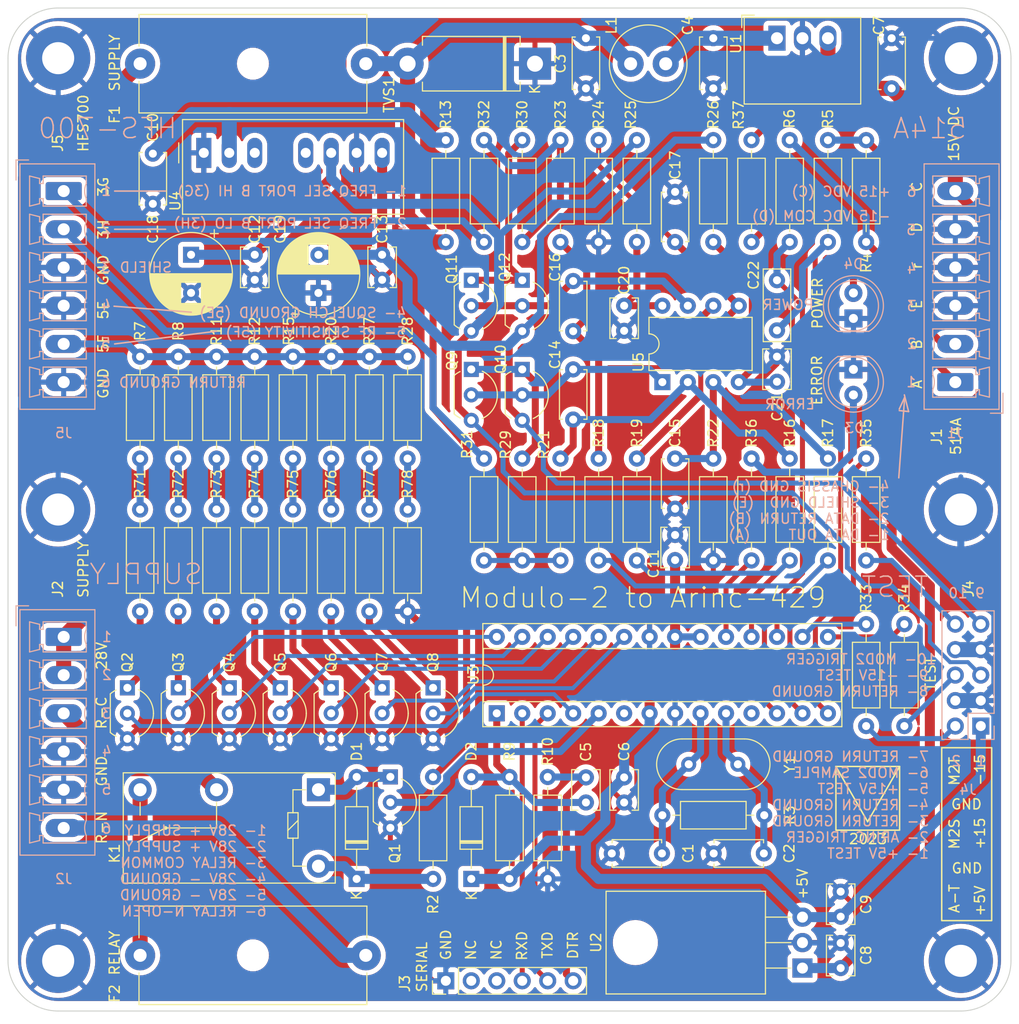
<source format=kicad_pcb>
(kicad_pcb (version 20221018) (generator pcbnew)
  (layers (0 "F.Cu" signal) (31 "B.Cu" signal) (34 "B.Paste" user) (35 "F.Paste" user) (36 "B.SilkS" user "B.Silkscreen") (37 "F.SilkS" user "F.Silkscreen") (38 "B.Mask" user) (39 "F.Mask" user) (44 "Edge.Cuts" user))
  (net 0 "")
  (net 1 "Net-(TVS1-A2)")
  (net 2 "Net-(U1-IN)")
  (net 3 "/XTAL1")
  (net 4 "GND")
  (net 5 "/~{RESET}")
  (net 6 "/DTR")
  (net 7 "/XTAL2")
  (net 8 "+5V")
  (net 9 "/15V DC")
  (net 10 "+15V")
  (net 11 "-15V")
  (net 12 "Net-(D1-K)")
  (net 13 "Net-(D1-A)")
  (net 14 "Net-(D3-A)")
  (net 15 "/+VDC")
  (net 16 "Net-(F2-Pad1)")
  (net 17 "/REL_NO")
  (net 18 "Net-(J1-Pin_1)")
  (net 19 "Net-(J1-Pin_2)")
  (net 20 "/RXD")
  (net 21 "/TXD")
  (net 22 "/429A")
  (net 23 "/429B")
  (net 24 "/RF_SENS")
  (net 25 "/REL_COM")
  (net 26 "/D_13")
  (net 27 "/D_3")
  (net 28 "/AIN0")
  (net 29 "/AIN1")
  (net 30 "/D_12")
  (net 31 "/D_11")
  (net 32 "/D_10")
  (net 33 "/D_9")
  (net 34 "/D_8")
  (net 35 "/D_2")
  (net 36 "/D_4")
  (net 37 "/D_5")
  (net 38 "/A_0")
  (net 39 "/A_1")
  (net 40 "/A_2")
  (net 41 "/A_3")
  (net 42 "/A_4")
  (net 43 "/A_5")
  (net 44 "Net-(U4-+VIN)")
  (net 45 "Net-(Q10-B)")
  (net 46 "Net-(U5A--)")
  (net 47 "Net-(U5A-+)")
  (net 48 "Net-(Q11-B)")
  (net 49 "Net-(U5B--)")
  (net 50 "Net-(U5B-+)")
  (net 51 "Net-(U5C-V+)")
  (net 52 "Net-(U5C-V-)")
  (net 53 "Net-(D4-A)")
  (net 56 "Net-(J4-Pin_2)")
  (net 57 "Net-(J4-Pin_6)")
  (net 58 "Net-(Q2-D)")
  (net 59 "Net-(Q3-D)")
  (net 60 "Net-(Q4-D)")
  (net 61 "Net-(Q5-D)")
  (net 62 "Net-(Q6-D)")
  (net 63 "Net-(Q7-D)")
  (net 64 "Net-(Q8-D)")
  (net 65 "Net-(Q10-E)")
  (net 66 "Net-(Q11-E)")
  (net 67 "Net-(R21-Pad1)")
  (net 68 "Net-(R23-Pad1)")
  (net 69 "Net-(J4-Pin_10)")
  (net 72 "Net-(R7-Pad2)")
  (net 73 "Net-(R72-Pad1)")
  (net 74 "Net-(R11-Pad2)")
  (net 75 "Net-(R12-Pad2)")
  (net 76 "Net-(R15-Pad2)")
  (net 77 "Net-(R20-Pad2)")
  (net 78 "Net-(R27-Pad2)")
  (net 79 "Net-(R28-Pad2)")
  (footprint "Package_TO_SOT_THT:TO-92L_Inline_Wide" (layer "F.Cu") (at 166.98 117.77 -90)
    (fp_text reference "Q3")
    (fp_text value "BS170")
  )
  (footprint "Capacitor_THT:C_Disc_D4.7mm_W2.5mm_P5.00mm" (layer "F.Cu") (at 206.35 86.03 -90)
    (fp_text reference "C14")
    (fp_text value "470p")
  )
  (footprint "MountingHole:MountingHole_3.2mm_M3_Pad_TopBottom" (layer "F.Cu") (at 155 55)
    (fp_text reference "H1" hide)
    (fp_text value "3.2")
  )
  (footprint "Resistor_THT:R_Axial_DIN0207_L6.3mm_D2.5mm_P10.16mm_Horizontal" (layer "F.Cu") (at 189.84 100 -90)
    (fp_text reference "R78")
    (fp_text value "270")
  )
  (footprint "Capacitor_THT:C_Disc_D3.8mm_W2.6mm_P2.50mm" (layer "F.Cu") (at 211.43 79.68 -90)
    (fp_text reference "C20")
    (fp_text value "u1")
  )
  (footprint "Package_TO_SOT_THT:TO-92L_Inline_Wide" (layer "F.Cu") (at 201.27 86.03 -90)
    (fp_text reference "Q10")
    (fp_text value "2N2907A")
  )
  (footprint "Resistor_THT:R_Axial_DIN0207_L6.3mm_D2.5mm_P10.16mm_Horizontal" (layer "F.Cu") (at 220.32 94.92 -90)
    (fp_text reference "R22")
    (fp_text value "10k")
  )
  (footprint "Resistor_THT:R_Axial_DIN0207_L6.3mm_D2.5mm_P10.16mm_Horizontal" (layer "F.Cu") (at 174.6 100 -90)
    (fp_text reference "R74")
    (fp_text value "470")
  )
  (footprint "Diode_THT:D_DO-35_SOD27_P10.16mm_Horizontal" (layer "F.Cu") (at 196.19 136.83 90)
    (fp_text reference "D2")
    (fp_text value "1N4148")
  )
  (footprint "Resistor_THT:R_Axial_DIN0207_L6.3mm_D2.5mm_P10.16mm_Horizontal" (layer "F.Cu") (at 182.22 84.76 -90)
    (fp_text reference "R20")
    (fp_text value "12k")
  )
  (footprint "Resistor_THT:R_Axial_DIN0207_L6.3mm_D2.5mm_P10.16mm_Horizontal" (layer "F.Cu") (at 174.6 84.76 -90)
    (fp_text reference "R12")
    (fp_text value "3k3")
  )
  (footprint "Resistor_THT:R_Axial_DIN0207_L6.3mm_D2.5mm_P10.16mm_Horizontal" (layer "F.Cu") (at 201.27 94.92 -90)
    (fp_text reference "R29")
    (fp_text value "36")
  )
  (footprint "Resistor_THT:R_Axial_DIN0207_L6.3mm_D2.5mm_P10.16mm_Horizontal" (layer "F.Cu") (at 197.46 63.17 -90)
    (fp_text reference "R32")
    (fp_text value "36")
  )
  (footprint "Resistor_THT:R_Axial_DIN0207_L6.3mm_D2.5mm_P10.16mm_Horizontal" (layer "F.Cu") (at 163.17 100 -90)
    (fp_text reference "R71")
    (fp_text value "0")
  )
  (footprint "Capacitor_THT:C_Disc_D4.7mm_W2.5mm_P5.00mm" (layer "F.Cu") (at 216.51 73.33 90)
    (fp_text reference "C17")
    (fp_text value "470p")
  )
  (footprint "Fuse:Fuseholder_Cylinder-5x20mm_Schurter_0031_8201_Horizontal_Open" (layer "F.Cu") (at 163.17 144.45)
    (fp_text reference "F2")
    (fp_text value "Fuse")
  )
  (footprint "Fuse:Fuseholder_Cylinder-5x20mm_Schurter_0031_8201_Horizontal_Open" (layer "F.Cu") (at 163.17 55.55)
    (fp_text reference "F1")
    (fp_text value "Fuse")
  )
  (footprint "MountingHole:MountingHole_3.2mm_M3_Pad_TopBottom" (layer "F.Cu") (at 245 55)
    (fp_text reference "H4" hide)
    (fp_text value "3.2")
  )
  (footprint "Resistor_THT:R_Axial_DIN0207_L6.3mm_D2.5mm_P10.16mm_Horizontal" (layer "F.Cu") (at 220.32 63.17 -90)
    (fp_text reference "R26")
    (fp_text value "470")
  )
  (footprint "Package_DIP:DIP-8_W7.62mm" (layer "F.Cu") (at 215.24 87.3 90)
    (fp_text reference "U5")
    (fp_text value "TL082")
  )
  (footprint "Resistor_THT:R_Axial_DIN0207_L6.3mm_D2.5mm_P10.16mm_Horizontal" (layer "F.Cu") (at 235.56 94.92 -90)
    (fp_text reference "R35")
    (fp_text value "1k")
  )
  (footprint "Capacitor_THT:C_Disc_D3.8mm_W2.6mm_P2.50mm" (layer "F.Cu") (at 226.67 84.76 -90)
    (fp_text reference "C21")
    (fp_text value "u1")
  )
  (footprint "Package_TO_SOT_THT:TO-92L_Inline_Wide" (layer "F.Cu") (at 196.19 77.14 -90)
    (fp_text reference "Q11")
    (fp_text value "2N2222A")
  )
  (footprint "MountingHole:MountingHole_3.2mm_M3_Pad_TopBottom" (layer "F.Cu") (at 155 145)
    (fp_text reference "H3" hide)
    (fp_text value "3.2")
  )
  (footprint "Package_TO_SOT_THT:TO-92L_Inline_Wide" (layer "F.Cu") (at 177.14 117.78 -90)
    (fp_text reference "Q5")
    (fp_text value "BS170")
  )
  (footprint "Capacitor_THT:C_Disc_D3.8mm_W2.6mm_P2.50mm" (layer "F.Cu") (at 211.43 126.71 -90)
    (fp_text reference "C6")
    (fp_text value "u1")
  )
  (footprint "MountingHole:MountingHole_3.2mm_M3_Pad_TopBottom" (layer "F.Cu") (at 155 100)
    (fp_text reference "H2" hide)
    (fp_text value "3.2")
  )
  (footprint "Capacitor_THT:C_Disc_D3.8mm_W2.6mm_P2.50mm" (layer "F.Cu") (at 233.02 145.72 90)
    (fp_text reference "C8")
    (fp_text value "u1")
  )
  (footprint "Resistor_THT:R_Axial_DIN0207_L6.3mm_D2.5mm_P10.16mm_Horizontal" (layer "F.Cu") (at 192.38 126.67 -90)
    (fp_text reference "R2")
    (fp_text value "470")
  )
  (footprint "Fiducial:Fiducial_1mm_Mask2mm" (layer "F.Cu") (at 246.99 61.9)
    (fp_text reference "FID1" hide)
    (fp_text value "Fiducial")
  )
  (footprint "Resistor_THT:R_Axial_DIN0207_L6.3mm_D2.5mm_P10.16mm_Horizontal" (layer "F.Cu") (at 235.56 111.43 -90)
    (fp_text reference "R33")
    (fp_text value "1k")
  )
  (footprint "Resistor_THT:R_Axial_DIN0207_L6.3mm_D2.5mm_P10.16mm_Horizontal" (layer "F.Cu") (at 197.46 105.08 90)
    (fp_text reference "R31")
    (fp_text value "36")
  )
  (footprint "Capacitor_THT:CP_Radial_D8.0mm_P3.80mm" (layer "F.Cu") (at 168.25 74.6 -90)
    (fp_text reference "C18")
    (fp_text value "100u")
  )
  (footprint "Resistor_THT:R_Axial_DIN0207_L6.3mm_D2.5mm_P10.16mm_Horizontal" (layer "F.Cu") (at 178.41 84.76 -90)
    (fp_text reference "R15")
    (fp_text value "5k6")
  )
  (footprint "Package_TO_SOT_THT:TO-92L_Inline_Wide" (layer "F.Cu") (at 187.3 117.78 -90)
    (fp_text reference "Q7")
    (fp_text value "BS170")
  )
  (footprint "Resistor_THT:R_Axial_DIN0207_L6.3mm_D2.5mm_P10.16mm_Horizontal" (layer "F.Cu") (at 186.03 84.76 -90)
    (fp_text reference "R27")
    (fp_text value "18k")
  )
  (footprint "Package_TO_SOT_THT:TO-92L_Inline_Wide" (layer "F.Cu") (at 182.22 117.78 -90)
    (fp_text reference "Q6")
    (fp_text value "BS170")
  )
  (footprint "MountingHole:MountingHole_3.2mm_M3_Pad_TopBottom" (layer "F.Cu") (at 245 100)
    (fp_text reference "H5" hide)
    (fp_text value "3.2")
  )
  (footprint "Resistor_THT:R_Axial_DIN0207_L6.3mm_D2.5mm_P10.16mm_Horizontal" (layer "F.Cu") (at 170.79 84.76 -90)
    (fp_text reference "R11")
    (fp_text value "1k")
  )
  (footprint "Resistor_THT:R_Axial_DIN0207_L6.3mm_D2.5mm_P10.16mm_Horizontal" (layer "F.Cu") (at 227.94 105.08 90)
    (fp_text reference "R16")
    (fp_text value "10k")
  )
  (footprint "Resistor_THT:R_Axial_DIN0207_L6.3mm_D2.5mm_P10.16mm_Horizontal" (layer "F.Cu") (at 189.84 84.76 -90)
    (fp_text reference "R28")
    (fp_text value "4k7")
  )
  (footprint "Resistor_THT:R_Axial_DIN0207_L6.3mm_D2.5mm_P10.16mm_Horizontal" (layer "F.Cu") (at 170.79 100 -90)
    (fp_text reference "R73")
    (fp_text value "1k")
  )
  (footprint "Capacitor_THT:C_Disc_D3.8mm_W2.6mm_P2.50mm" (layer "F.Cu") (at 233.02 140.6 90)
    (fp_text reference "C9")
    (fp_text value "u1" hide)
  )
  (footprint "Fiducial:Fiducial_1mm_Mask2mm" (layer "F.Cu") (at 153.01 138.1)
    (fp_text reference "FID2" hide)
    (fp_text value "Fiducial")
  )
  (footprint "Resistor_THT:R_Axial_DIN0207_L6.3mm_D2.5mm_P10.16mm_Horizontal" (layer "F.Cu") (at 215.24 130.48)
    (fp_text reference "R3")
    (fp_text value "1M")
  )
  (footprint "Resistor_THT:R_Axial_DIN0207_L6.3mm_D2.5mm_P10.16mm_Horizontal" (layer "F.Cu") (at 203.81 126.67 -90)
    (fp_text reference "R10")
    (fp_text value "1k")
  )
  (footprint "Resistor_THT:R_Axial_DIN0207_L6.3mm_D2.5mm_P10.16mm_Horizontal" (layer "F.Cu") (at 186.03 100 -90)
    (fp_text reference "R77")
    (fp_text value "12k")
  )
  (footprint "Resistor_THT:R_Axial_DIN0207_L6.3mm_D2.5mm_P10.16mm_Horizontal" (layer "F.Cu") (at 200 136.83 90)
    (fp_text reference "R9")
    (fp_text value "10k")
  )
  (footprint "Resistor_THT:R_Axial_DIN0207_L6.3mm_D2.5mm_P10.16mm_Horizontal" (layer "F.Cu") (at 205.08 63.17 -90)
    (fp_text reference "R23")
    (fp_text value "10k")
  )
  (footprint "Resistor_THT:R_Axial_DIN0207_L6.3mm_D2.5mm_P10.16mm_Horizontal" (layer "F.Cu") (at 224.13 63.17 -90)
    (fp_text reference "R37")
    (fp_text value "470")
  )
  (footprint "Resistor_THT:R_Axial_DIN0207_L6.3mm_D2.5mm_P10.16mm_Horizontal" (layer "F.Cu") (at 224.13 105.08 90)
    (fp_text reference "R36")
    (fp_text value "470")
  )
  (footprint "Capacitor_THT:C_Disc_D5.0mm_W2.5mm_P5.00mm" (layer "F.Cu") (at 164.44 64.52 -90)
    (fp_text reference "C10")
    (fp_text value "1u")
  )
  (footprint "Resistor_THT:R_Axial_DIN0207_L6.3mm_D2.5mm_P10.16mm_Horizontal" (layer "F.Cu") (at 163.17 84.76 -90)
    (fp_text reference "R7")
    (fp_text value "10")
  )
  (footprint "Capacitor_THT:C_Disc_D3.8mm_W2.6mm_P2.50mm" (layer "F.Cu") (at 174.6 74.6 -90)
    (fp_text reference "C12")
    (fp_text value "u1")
  )
  (footprint "Capacitor_THT:C_Disc_D5.0mm_W2.5mm_P5.00mm" (layer "F.Cu") (at 207.62 53.01 -90)
    (fp_text reference "C3")
    (fp_text value "10u")
  )
  (footprint "Capacitor_THT:CP_Radial_D8.0mm_P3.80mm" (layer "F.Cu") (at 180.95 78.41 90)
    (fp_text reference "C19")
    (fp_text value "100u")
  )
  (footprint "Converter_DCDC:Converter_DCDC_RECOM_R-78B-2.0_THT" (layer "F.Cu") (at 226.67 53.01)
    (fp_text reference "U1")
    (fp_text value "R-78B15")
  )
  (footprint "Resistor_THT:R_Axial_DIN0207_L6.3mm_D2.5mm_P10.16mm_Horizontal" (layer "F.Cu") (at 231.75 63.17 -90)
    (fp_text reference "R5")
    (fp_text value "1k")
  )
  (footprint "Converter_DCDC:Converter_DCDC_TRACO_TMR-xxxx_THT" (layer "F.Cu") (at 169.52 64.44)
    (fp_text reference "U4")
    (fp_text value "DPBW03F-015")
  )
  (footprint "Resistor_THT:R_Axial_DIN0207_L6.3mm_D2.5mm_P10.16mm_Horizontal" (layer "F.Cu") (at 212.7 105.08 90)
    (fp_text reference "R19")
    (fp_text value "10k")
  )
  (footprint "Package_TO_SOT_THT:TO-92L_Inline_Wide" (layer "F.Cu") (at 161.9 117.78 -90)
    (fp_text reference "Q2")
    (fp_text value "BS170")
  )
  (footprint "MountingHole:MountingHole_3.2mm_M3_Pad_TopBottom" (layer "F.Cu") (at 245 145)
    (fp_text reference "H6" hide)
    (fp_text value "3.2")
  )
  (footprint "Capacitor_THT:C_Disc_D3.8mm_W2.6mm_P2.50mm" (layer "F.Cu") (at 207.62 129.21 90)
    (fp_text reference "C5")
    (fp_text value "u1")
  )
  (footprint "Capacitor_THT:C_Disc_D4.7mm_W2.5mm_P5.00mm" (layer "F.Cu") (at 215.2 134.29 180)
    (fp_text reference "C1")
    (fp_text value "22p")
  )
  (footprint "Package_DIP:DIP-28_W7.62mm_Socket" (layer "F.Cu") (at 198.73 120.32 90)
    (fp_text reference "U3")
    (fp_text value "ATMEGA328P")
  )
  (footprint "Connector_PinHeader_2.54mm:PinHeader_1x06_P2.54mm_Vertical" (layer "F.Cu") (at 193.65 146.99 90)
    (fp_text reference "J3")
    (fp_text value "SERIAL")
  )
  (footprint "Resistor_THT:R_Axial_DIN0207_L6.3mm_D2.5mm_P10.16mm_Horizontal" (layer "F.Cu") (at 227.94 63.17 -90)
    (fp_text reference "R6")
    (fp_text value "1k")
  )
  (footprint "Capacitor_THT:C_Disc_D4.7mm_W2.5mm_P5.00mm" (layer "F.Cu") (at 216.51 94.92 -90)
    (fp_text reference "C15")
    (fp_text value "470p")
  )
  (footprint "Capacitor_THT:C_Disc_D3.8mm_W2.6mm_P2.50mm" (layer "F.Cu") (at 216.51 105.04 90)
    (fp_text reference "C11")
    (fp_text value "u1")
  )
  (footprint "Resistor_THT:R_Axial_DIN0207_L6.3mm_D2.5mm_P10.16mm_Horizontal" (layer "F.Cu") (at 205.08 105.08 90)
    (fp_text reference "R21")
    (fp_text value "10k")
  )
  (footprint "Resistor_THT:R_Axial_DIN0207_L6.3mm_D2.5mm_P10.16mm_Horizontal" (layer "F.Cu") (at 178.41 100 -90)
    (fp_text reference "R75")
    (fp_text value "0")
  )
  (footprint "Resistor_THT:R_Axial_DIN0207_L6.3mm_D2.5mm_P10.16mm_Horizontal" (layer "F.Cu") (at 208.89 105.08 90)
    (fp_text reference "R18")
    (fp_text value "10k")
  )
  (footprint "Resistor_THT:R_Axial_DIN0207_L6.3mm_D2.5mm_P10.16mm_Horizontal" (layer "F.Cu") (at 182.22 100 -90)
    (fp_text reference "R76")
    (fp_text value "390")
  )
  (footprint "Diode_THT:D_DO-35_SOD27_P10.16mm_Horizontal" (layer "F.Cu") (at 184.76 136.83 90)
    (fp_text reference "D1")
    (fp_text value "1N4148")
  )
  (footprint "Resistor_THT:R_Axial_DIN0207_L6.3mm_D2.5mm_P10.16mm_Horizontal" (layer "F.Cu") (at 201.27 63.17 -90)
    (fp_text reference "R30")
    (fp_text value "36")
  )
  (footprint "Resistor_THT:R_Axial_DIN0207_L6.3mm_D2.5mm_P10.16mm_Horizontal" (layer "F.Cu") (at 235.56 63.17 -90)
    (fp_text reference "R4")
    (fp_text value "82")
  )
  (footprint "Resistor_THT:R_Axial_DIN0207_L6.3mm_D2.5mm_P10.16mm_Horizontal" (layer "F.Cu") (at 166.98 100 -90)
    (fp_text reference "R72")
    (fp_text value "0")
  )
  (footprint "Package_TO_SOT_THT:TO-92L_Inline_Wide" (layer "F.Cu") (at 172.06 117.78 -90)
    (fp_text reference "Q4")
    (fp_text value "BS170")
  )
  (footprint "Resistor_THT:R_Axial_DIN0207_L6.3mm_D2.5mm_P10.16mm_Horizontal" (layer "F.Cu") (at 239.37 111.43 -90)
    (fp_text reference "R34")
    (fp_text value "1k")
  )
  (footprint "Package_TO_SOT_THT:TO-220-3_Horizontal_TabDown" (layer "F.Cu") (at 229.21 145.72 90)
    (fp_text reference "U2")
    (fp_text value "LM7805_TO220")
  )
  (footprint "Diode_THT:D_DO-201AD_P12.70mm_Horizontal" (layer "F.Cu") (at 202.54 55.55 180)
    (fp_text reference "TVS1")
    (fp_text value "1.5KE39CA")
  )
  (footprint "Capacitor_THT:C_Disc_D4.7mm_W2.5mm_P5.00mm" (layer "F.Cu") (at 225.36 134.29 180)
    (fp_text reference "C2")
    (fp_text value "22p")
  )
  (footprint "Crystal:Crystal_HC18-U_Vertical" (layer "F.Cu") (at 217.87 125.4)
    (fp_text reference "Y1")
    (fp_text value "16 MHz")
  )
  (footprint "Capacitor_THT:C_Rect_L7.0mm_W2.5mm_P5.00mm" (layer "F.Cu") (at 226.67 77.14 -90)
    (fp_text reference "C22")
    (fp_text value "3n3")
  )
  (footprint "Package_TO_SOT_THT:TO-92L_Inline_Wide" (layer "F.Cu") (at 188.12 126.66 -90)
    (fp_text reference "Q1")
    (fp_text value "BS170")
  )
  (footprint "Resistor_THT:R_Axial_DIN0207_L6.3mm_D2.5mm_P10.16mm_Horizontal" (layer "F.Cu") (at 231.75 105.08 90)
    (fp_text reference "R17")
    (fp_text value "10k")
  )
  (footprint "Capacitor_THT:C_Disc_D4.7mm_W2.5mm_P5.00mm" (layer "F.Cu") (at 206.35 77.22 -90)
    (fp_text reference "C16")
    (fp_text value "470p")
  )
  (footprint "Capacitor_THT:C_Disc_D5.0mm_W2.5mm_P5.00mm" (layer "F.Cu") (at 238.1 58.01 90)
    (fp_text reference "C7")
    (fp_text value "10u")
  )
  (footprint "Package_TO_SOT_THT:TO-92L_Inline_Wide" (layer "F.Cu") (at 196.19 86.03 -90)
    (fp_text reference "Q9")
    (fp_text value "2N2222A")
  )
  (footprint "Relay_THT:Relay_SPST_Omron-G5Q-1A" (layer "F.Cu") (at 180.95 127.94 180)
    (fp_text reference "K1")
    (fp_text value "G5Q-1A")
  )
  (footprint "Capacitor_THT:C_Disc_D5.0mm_W2.5mm_P5.00mm" (layer "F.Cu") (at 220.32 53.01 -90)
    (fp_text reference "C4")
    (fp_text value "10u")
  )
  (footprint "Package_TO_SOT_THT:TO-92L_Inline_Wide" (layer "F.Cu") (at 192.38 117.78 -90)
    (fp_text reference "Q8")
    (fp_text value "BS170")
  )
  (footprint "Resistor_THT:R_Axial_DIN0207_L6.3mm_D2.5mm_P10.16mm_Horizontal" (layer "F.Cu") (at 193.65 73.33 90)
    (fp_text reference "R13")
    (fp_text value "10")
  )
  (footprint "Resistor_THT:R_Axial_DIN0207_L6.3mm_D2.5mm_P10.16mm_Horizontal" (layer "F.Cu") (at 212.7 63.17 -90)
    (fp_text reference "R25")
    (fp_text value "470")
  )
  (footprint "Resistor_THT:R_Axial_DIN0207_L6.3mm_D2.5mm_P10.16mm_Horizontal" (layer "F.Cu") (at 208.89 63.17 -90)
    (fp_text reference "R24")
    (fp_text value "10k")
  )
  (footprint "Capacitor_THT:C_Disc_D3.8mm_W2.6mm_P2.50mm" (layer "F.Cu") (at 187.3 77.1 90)
    (fp_text reference "C13")
    (fp_text value "u1")
  )
  (footprint "Package_TO_SOT_THT:TO-92L_Inline_Wide" (layer "F.Cu") (at 201.27 77.14 -90)
    (fp_text reference "Q12")
    (fp_text value "2N2907A")
  )
  (footprint "Resistor_THT:R_Axial_DIN0207_L6.3mm_D2.5mm_P10.16mm_Horizontal" (layer "F.Cu") (at 166.98 84.76 -90)
    (fp_text reference "R8")
    (fp_text value "820")
  )
  (footprint "Inductor_THT:L_Radial_D7.5mm_P3.50mm_Fastron_07P" (layer "F.Cu") (at 212.075837 55.557712)
    (fp_text reference "L1")
    (fp_text value "10uH")
  )
  (footprint "Connector_Phoenix_MC:PhoenixContact_MCV_1,5_6-G-3.81_1x06_P3.81mm_Vertical" (layer "B.Cu") (at 155.55 112.7 -90)
    (fp_text reference "J2")
    (fp_text value "SUPPLY")
  )
  (footprint "LED_THT:LED_D5.0mm" (layer "B.Cu") (at 234.29 80.95 90)
    (fp_text reference "D4")
    (fp_text value "GREEN")
  )
  (footprint "Connector_PinSocket_2.54mm:PinSocket_2x05_P2.54mm_Vertical" (layer "B.Cu") (at 246.99 121.59)
    (fp_text reference "J4")
    (fp_text value "TEST")
  )
  (footprint "Connector_Phoenix_MC:PhoenixContact_MCV_1,5_6-G-3.81_1x06_P3.81mm_Vertical" (layer "B.Cu") (at 155.55 68.25 -90)
    (fp_text reference "J5")
    (fp_text value "HFS-700")
  )
  (footprint "Connector_Phoenix_MC:PhoenixContact_MCV_1,5_6-G-3.81_1x06_P3.81mm_Vertical" (layer "B.Cu") (at 244.45 87.3 90)
    (fp_text reference "J1")
    (fp_text value "514A")
  )
  (footprint "LED_THT:LED_D5.0mm" (layer "B.Cu") (at 234.29 86.03 -90)
    (fp_text reference "D3")
    (fp_text value "AMBER")
  )
  (gr_line (start 170.79 82.22) (end 160.63 83.49) (stroke (width 0.15)) (layer "B.SilkS"))
  (gr_line (start 238.812614 96.841994) (end 239.40015 88.812338) (stroke (width 0.15)) (layer "B.SilkS"))
  (gr_line (start 239.40015 88.812338) (end 238.861575 89.987409) (stroke (width 0.15)) (layer "B.SilkS"))
  (gr_line (start 165.71 72.06) (end 160.63 72.06) (stroke (width 0.15)) (layer "B.SilkS"))
  (gr_line (start 165.71 68.25) (end 160.63 68.25) (stroke (width 0.15)) (layer "B.SilkS"))
  (gr_line (start 239.79184 90.232216) (end 238.861575 90.134293) (stroke (width 0.15)) (layer "B.SilkS"))
  (gr_line (start 168.27207 80.326035) (end 160.569344 79.729695) (stroke (width 0.15)) (layer "B.SilkS"))
  (gr_line (start 239.37 88.57) (end 239.79184 90.232216) (stroke (width 0.15)) (layer "B.SilkS"))
  (gr_rect (start 243.095547 123.750906) (end 248.077366 140.987999) (stroke (width 0.15)) (fill none) (layer "F.SilkS"))
  (gr_line (start 232.545434 125.620286) (end 235.707559 131.127294) (stroke (width 0.15)) (layer "F.SilkS"))
  (gr_line (start 235.707559 131.127294) (end 238.895434 125.620286) (stroke (width 0.15)) (layer "F.SilkS"))
  (gr_rect (start 232.545434 125.620286) (end 238.895434 131.970286) (stroke (width 0.15)) (fill none) (layer "F.SilkS"))
  (gr_arc (start 155 150) (mid 151.464466 148.535534) (end 150 145) (stroke (width 0.1)) (layer "Edge.Cuts"))
  (gr_arc (start 150 55) (mid 151.464466 51.464466) (end 155 50) (stroke (width 0.1)) (layer "Edge.Cuts"))
  (gr_line (start 155 50) (end 245 50) (stroke (width 0.1)) (layer "Edge.Cuts"))
  (gr_line (start 245 150) (end 155 150) (stroke (width 0.1)) (layer "Edge.Cuts"))
  (gr_line (start 150 145) (end 150 55) (stroke (width 0.1)) (layer "Edge.Cuts"))
  (gr_arc (start 250 145) (mid 248.535534 148.535534) (end 245 150) (stroke (width 0.1)) (layer "Edge.Cuts"))
  (gr_arc (start 245 50) (mid 248.535534 51.464466) (end 250 55) (stroke (width 0.1)) (layer "Edge.Cuts"))
  (gr_line (start 250 55) (end 250 145) (stroke (width 0.1)) (layer "Edge.Cuts"))
  (gr_text "+15 VDC (C)" (at 238.078194 68.885082) (layer "B.SilkS") (effects (font (size 1 1)) (justify left bottom mirror)))
  (gr_text "5" (at 160.327249 84.013834) (layer "B.SilkS") (effects (font (size 1 1)) (justify left bottom mirror)))
  (gr_text "6" (at 240.673144 68.885082) (layer "B.SilkS") (effects (font (size 1 1)) (justify left bottom mirror)))
  (gr_text "6" (at 160.327249 87.898098) (layer "B.SilkS") (effects (font (size 1 1)) (justify left bottom mirror)))
  (gr_text "SUPPLY" (at 169.52 107.62) (layer "B.SilkS") (effects (font (size 2 2)) (justify left bottom mirror)))
  (gr_text "1- FREQ SEL PORT B HI (3G)\n\n2- FREQ SEL PORT B LO (3H)" (at 189.84 72.06) (layer "B.SilkS") (effects (font (size 1 1)) (justify left bottom mirror)))
  (gr_text "2" (at 160.421793 117.075258) (layer "B.SilkS") (effects (font (size 1 1)) (justify left bottom mirror)))
  (gr_text "9 10" (at 247.480237 108.9232) (layer "B.SilkS") (effects (font (size 1 1)) (justify left bottom mirror)))
  (gr_text "514A" (at 245.72 63.17) (layer "B.SilkS") (effects (font (size 2 2)) (justify left bottom mirror)))
  (gr_text "1" (at 160.421793 113.288916) (layer "B.SilkS") (effects (font (size 1 1)) (justify left bottom mirror)))
  (gr_text "6" (at 160.389152 132.38383) (layer "B.SilkS") (effects (font (size 1 1)) (justify left bottom mirror)))
  (gr_text "POWER" (at 230.42701 80.170666) (layer "B.SilkS") (effects (font (size 1 1)) (justify left bottom mirror)))
  (gr_text "4" (at 240.673144 76.572008) (layer "B.SilkS") (effects (font (size 1 1)) (justify left bottom mirror)))
  (gr_text "4" (at 160.421793 124.713224) (layer "B.SilkS") (effects (font (size 1 1)) (justify left bottom mirror)))
  (gr_text "10- MOD2 TRIGGER\n 9- -15V TEST\n 8- RETURN GROUND" (at 242.633066 118.727703) (layer "B.SilkS") (effects (font (size 1 1)) (justify left bottom mirror)))
  (gr_text "5" (at 160.389152 128.499566) (layer "B.SilkS") (effects (font (size 1 1)) (justify left bottom mirror)))
  (gr_text "3" (at 240.673144 80.293069) (layer "B.SilkS") (effects (font (size 1 1)) (justify left bottom mirror)))
  (gr_text "HFS-700" (at 166.98 63.17) (layer "B.SilkS") (effects (font (size 2 2)) (justify left bottom mirror)))
  (gr_text "4- SQUELCH GROUND (5E)" (at 189.790006 80.97207) (layer "B.SilkS") (effects (font (size 1 1)) (justify left bottom mirror)))
  (gr_text "3" (at 160.327249 76.44115) (layer "B.SilkS") (effects (font (size 1 1)) (justify left bottom mirror)))
  (gr_text "ERROR" (at 230.537173 90.085333) (layer "B.SilkS") (effects (font (size 1 1)) (justify left bottom mirror)))
  (gr_text "1- 28V + SUPPLY\n2- 28V + SUPPLY\n3- RELAY COMMON\n4- 28V - GROUND\n5- 28V - GROUND\n6- RELAY N-OPEN" (at 175.87 140.64) (layer "B.SilkS") (effects (font (size 1 1)) (justify left bottom mirror)))
  (gr_text "TEST" (at 241.937624 108.89) (layer "B.SilkS") (effects (font (size 2 2)) (justify left bottom mirror)))
  (gr_text "-15 VDC COM (D)" (at 238.078194 71.333148) (layer "B.SilkS") (effects (font (size 1 1)) (justify left bottom mirror)))
  (gr_text "1" (at 240.624183 87.882073) (layer "B.SilkS") (effects (font (size 1 1)) (justify left bottom mirror)))
  (gr_text "7- RETURN GROUND\n6- MOD2 SAMPLE\n5- +15V TEST\n4- RETURN GROUND\n3- RETURN GROUND\n2- ARINC TRIGGER\n1- +5V TEST\n\n\n" (at 241.91 138.1) (layer "B.SilkS") (effects (font (size 1 1)) (justify left bottom mirror)))
  (gr_text "5" (at 240.624183 72.704064) (layer "B.SilkS") (effects (font (size 1 1)) (justify left bottom mirror)))
  (gr_text "2" (at 240.673144 84.06309) (layer "B.SilkS") (effects (font (size 1 1)) (justify left bottom mirror)))
  (gr_text "5- RF SENSITIVITY (5F)" (at 189.790006 82.910175) (layer "B.SilkS") (effects (font (size 1 1)) (justify left bottom mirror)))
  (gr_text "1" (at 160.35989 68.803184) (layer "B.SilkS") (effects (font (size 1 1)) (justify left bottom mirror)))
  (gr_text "3" (at 160.389152 120.926882) (layer "B.SilkS") (effects (font (size 1 1)) (justify left bottom mirror)))
  (gr_text "RETURN GROUND" (at 173.83791 87.92937) (layer "B.SilkS") (effects (font (size 1 1)) (justify left bottom mirror)))
  (gr_text "2" (at 160.35989 72.589526) (layer "B.SilkS") (effects (font (size 1 1)) (justify left bottom mirror)))
  (gr_text "4- CHASSIS GND (r)\n3- SHIELD GND  (E)\n2- DATA RETURN (B)\n1- DATA OUT     (A)" (at 237.980271 103.109042) (layer "B.SilkS") (effects (font (size 1 1)) (justify left bottom mirror)))
  (gr_text "1  2" (at 247.590399 125.66797) (layer "B.SilkS") (effects (font (size 1 1)) (justify left bottom mirror)))
  (gr_text "4" (at 160.35989 80.227492) (layer "B.SilkS") (effects (font (size 1 1)) (justify left bottom mirror)))
  (gr_text "SHIELD" (at 166.433354 76.449824) (layer "B.SilkS") (effects (font (size 1 1)) (justify left bottom mirror)))
  (gr_text "R-N" (at 159.932545 133.448183 90) (layer "F.SilkS") (effects (font (size 1 1)) (justify left bottom)))
  (gr_text "J5" (at 155.55 64.44 90) (layer "F.SilkS") (effects (font (size 1 1)) (justify left bottom)))
  (gr_text "R-C" (at 159.899333 121.99 90) (layer "F.SilkS") (effects (font (size 1 1)) (justify left bottom)))
  (gr_text "SUPPLY" (at 161.22053 58.389756 90) (layer "F.SilkS") (effects (font (size 1 1)) (justify left bottom)))
  (gr_text "RXD" (at 201.826161 145.073091 90) (layer "F.SilkS") (effects (font (size 1 1)) (justify left bottom)))
  (gr_text "HFS700" (at 158.09 64.44 90) (layer "F.SilkS") (effects (font (size 1 1)) (justify left bottom)))
  (gr_text "J1\n" (at 243.18 93.710356 90) (layer "F.SilkS") (effects (font (size 1 1)) (justify left bottom)))
  (gr_text "28V" (at 159.932545 116.078242 90) (layer "F.SilkS") (effects (font (size 1 1)) (justify left bottom)))
  (gr_text "ERROR" (at 231.242089 89.690914 90) (layer "F.SilkS") (effects (font (size 1 1)) (justify left bottom)))
  (gr_text "SERIAL" (at 191.856545 148.211636 90) (layer "F.SilkS") (effects (font (size 1 1)) (justify left bottom)))
  (gr_text "NC" (at 196.738727 145.023272 90) (layer "F.SilkS") (effects (font (size 1 1)) (justify left bottom)))
  (gr_text "514A" (at 245.096035 94.654561 90) (layer "F.SilkS") (effects (font (size 1 1)) (justify left bottom)))
  (gr_text "TXD" (at 204.366888 144.873818 90) (layer "F.SilkS") (effects (font (size 1 1)) (justify left bottom)))
  (gr_text "GND" (at 194.247818 145.023272 90) (layer "F.SilkS") (effects (font (size 1 1)) (justify left bottom)))
  (gr_text "M2T" (at 244.945272 127.620183 90) (layer "F.SilkS") (effects (font (size 1 1)) (justify left bottom)))
  (gr_text "GND" (at 159.932545 127.702486 90) (layer "F.SilkS") (effects (font (size 1 1)) (justify left bottom)))
  (gr_text "A    B    E    r    D    C" (at 241.203458 88.042647 90) (layer "F.SilkS") (effects (font (size 1 1)) (justify left bottom)))
  (gr_text "+5V" (at 229.804175 138.939409 90) (layer "F.SilkS") (effects (font (size 1 1)) (justify left bottom)))
  (gr_text "TEST" (at 242.569772 118.155041 90) (layer "F.SilkS") (effects (font (size 1 1)) (justify left bottom)))
  (gr_text "M2S" (at 244.945272 133.970183 90) (layer "F.SilkS") (effects (font (size 1 1)) (justify left bottom)))
  (gr_text "J2" (at 155.55 108.89 90) (layer "F.SilkS") (effects (font (size 1 1)) (justify left bottom)))
  (gr_text "+5V" (at 247.485272 140.639271 90) (layer "F.SilkS") (effects (font (size 1 1)) (justify left bottom)))
  (gr_text "POWER" (at 231.291784 82.087579 90) (layer "F.SilkS") (effects (font (size 1 1)) (justify left bottom)))
  (gr_text "DTR" (at 206.907616 144.923636 90) (layer "F.SilkS") (effects (font (size 1 1)) (justify left bottom)))
  (gr_text "RELAY" (at 161.215379 146.52613 90) (layer "F.SilkS") (effects (font (size 1 1)) (justify left bottom)))
  (gr_text "A-T" (at 244.945272 140.320183 90) (layer "F.SilkS") (effects (font (size 1 1)) (justify left bottom)))
  (gr_text "SUPPLY" (at 158.09 108.89 90) (layer "F.SilkS") (effects (font (size 1 1)) (justify left bottom)))
  (gr_text "-15" (at 247.485272 127.620183 90) (layer "F.SilkS") (effects (font (size 1 1)) (justify left bottom)))
  (gr_text "GND  5F  5E  GND  3H   3G" (at 160.082488 89.042251 90) (layer "F.SilkS") (effects (font (size 1 1)) (justify left bottom)))
  (gr_text "NC" (at 199.279455 145.023272 90) (layer "F.SilkS") (effects (font (size 1 1)) (justify left bottom)))
  (gr_text "J4\n" (at 246.363621 108.855268 90) (layer "F.SilkS") (effects (font (size 1 1)) (justify left bottom)))
  (gr_text "15V DC" (at 244.897255 65.384205 90) (layer "F.SilkS") (effects (font (size 1 1)) (justify left bottom)))
  (gr_text "2023" (at 233.749208 133.439032) (layer "F.SilkS") (effects (font (size 1 1)) (justify left bottom)))
  (gr_text "GND" (at 243.942456 129.978179) (layer "F.SilkS") (effects (font (size 1 1)) (justify left bottom)))
  (gr_text "Modulo-2 to Arinc-429" (at 194.92 109.958143) (layer "F.SilkS") (effects (font (size 2 2)) (justify left bottom)))
  (gr_text "GND" (at 243.992275 136.354907) (layer "F.SilkS") (effects (font (size 1 1)) (justify left bottom)))
  (gr_text "+15" (at 247.485272 133.970183 90) (layer "F.SilkS") (effects (font (size 1 1)) (justify left bottom)))
  (segment (start 193.65 73.33) (end 192.38 73.33) (width 1.5) (layer "F.Cu") (net 1))
  (segment (start 192.38 126.67) (end 195.719999 123.330001) (width 0.7) (layer "F.Cu") (net 1))
  (segment (start 189.84 70.79) (end 189.84 55.55) (width 1.5) (layer "F.Cu") (net 1))
  (segment (start 195.719999 93.65) (end 192.38 89.84) (width 0.7) (layer "F.Cu") (net 1))
  (segment (start 192.38 73.33) (end 189.84 70.79) (width 1.5) (layer "F.Cu") (net 1))
  (segment (start 192.38 89.84) (end 192.38 73.33) (width 0.7) (layer "F.Cu") (net 1))
  (segment (start 195.719999 123.330001) (end 195.719999 93.65) (width 0.7) (layer "F.Cu") (net 1))
  (segment (start 185.67 55.55) (end 189.84 55.55) (width 1.5) (layer "B.Cu") (net 1))
  (segment (start 189.84 55.55) (end 193.65 52.210001) (width 1.5) (layer "B.Cu") (net 1))
  (segment (start 193.65 52.210001) (end 206.442637 52.245673) (width 1.5) (layer "B.Cu") (net 1))
  (segment (start 209.528125 53.01) (end 212.075837 55.557712) (width 1.5) (layer "B.Cu") (net 1))
  (segment (start 207.62 53.01) (end 209.528125 53.01) (width 1.5) (layer "B.Cu") (net 1))
  (segment (start 206.442637 52.245673) (end 207.62 53.01) (width 1.5) (layer "B.Cu") (net 1))
  (segment (start 220.32 53.01) (end 218.123549 53.01) (width 1.5) (layer "B.Cu") (net 2))
  (segment (start 218.123549 53.01) (end 215.575837 55.557712) (width 1.5) (layer "B.Cu") (net 2))
  (segment (start 226.67 53.01) (end 220.32 53.01) (width 1.5) (layer "B.Cu") (net 2))
  (segment (start 219.05 124.22) (end 217.87 125.4) (width 0.7) (layer "B.Cu") (net 3))
  (segment (start 215.24 128.03) (end 215.24 130.48) (width 0.7) (layer "B.Cu") (net 3))
  (segment (start 219.05 120.32) (end 219.05 124.22) (width 0.7) (layer "B.Cu") (net 3))
  (segment (start 215.24 134.25) (end 215.2 134.29) (width 0.7) (layer "B.Cu") (net 3))
  (segment (start 215.24 130.48) (end 215.24 134.25) (width 0.7) (layer "B.Cu") (net 3))
  (segment (start 217.87 125.4) (end 215.24 128.03) (width 0.7) (layer "B.Cu") (net 3))
  (segment (start 184.79 75.84) (end 184.79 74.59) (width 0.5) (layer "F.Cu") (net 4))
  (segment (start 212.74 136.83) (end 210.2 134.29) (width 0.5) (layer "F.Cu") (net 4))
  (segment (start 217.82 136.83) (end 212.74 136.83) (width 0.5) (layer "F.Cu") (net 4))
  (segment (start 194.341446 114.500479) (end 194.335458 121.008452) (width 0.7) (layer "F.Cu") (net 4))
  (segment (start 165.71 70.79) (end 165.71 75.87) (width 0.5) (layer "F.Cu") (net 4))
  (segment (start 231.1425 139.9775) (end 233.02 138.1) (width 0.5) (layer "F.Cu") (net 4))
  (segment (start 229.21 143.14) (end 229.21 143.18) (width 0.5) (layer "F.Cu") (net 4))
  (segment (start 202.54 55.55) (end 200 55.55) (width 0.5) (layer "F.Cu") (net 4))
  (segment (start 189.84 110.16) (end 194.341446 114.500479) (width 0.7) (layer "F.Cu") (net 4))
  (segment (start 217.78 67.06) (end 217.78 60.55) (width 0.5) (layer "F.Cu") (net 4))
  (segment (start 165.72 75.87) (end 168.25 78.4) (width 0.5) (layer "F.Cu") (net 4))
  (segment (start 217.78 60.55) (end 220.32 58.01) (width 0.5) (layer "F.Cu") (net 4))
  (segment (start 216.51 102.54) (end 213.97 105.08) (width 0.5) (layer "F.Cu") (net 4))
  (segment (start 184.79 74.59) (end 184.76 74.59) (width 0.7) (layer "F.Cu") (net 4))
  (segment (start 217.78 101.19) (end 217.78 101.27) (width 0.5) (layer "F.Cu") (net 4))
  (segment (start 212.7 131.79) (end 210.2 134.29) (width 0.5) (layer "F.Cu") (net 4))
  (segment (start 226.67 84.76) (end 226.67 85.492233) (width 0.5) (layer "F.Cu") (net 4))
  (segment (start 217.78 101.27) (end 216.51 102.54) (width 0.5) (layer "F.Cu") (net 4))
  (segment (start 208.89 79.64) (end 208.89 73.33) (width 0.5) (layer "F.Cu") (net 4))
  (segment (start 188.12 131.74) (end 188.12 142.73) (width 0.5) (layer "F.Cu") (net 4))
  (segment (start 216.51 68.33) (end 217.78 67.06) (width 0.5) (layer "F.Cu") (net 4))
  (segment (start 202.54 55.55) (end 203.81 56.82) (width 0.5) (layer "F.Cu") (net 4))
  (segment (start 211.43 129.21) (end 212.7 130.48) (width 0.5) (layer "F.Cu") (net 4))
  (segment (start 188.12 142.73) (end 192.38 146.99) (width 0.5) (layer "F.Cu") (net 4))
  (segment (start 212.7 130.48) (end 212.7 131.79) (width 0.5) (layer "F.Cu") (net 4))
  (segment (start 211.43 82.18) (end 208.89 79.64) (width 0.5) (layer "F.Cu") (net 4))
  (segment (start 184.76 64.44) (end 184.76 74.59) (width 0.7) (layer "F.Cu") (net 4))
  (segment (start 212.7 127.94) (end 211.43 129.21) (width 0.5) (layer "F.Cu") (net 4))
  (segment (start 202.54 55.55) (end 205.16 55.55) (width 0.5) (layer "F.Cu") (net 4))
  (segment (start 226.67 143.18) (end 229.21 143.18) (width 0.5) (layer "F.Cu") (net 4))
  (segment (start 183.49 54.28) (end 184.76 53.01) (width 0.5) (layer "F.Cu") (net 4))
  (segment (start 222.88 89.282233) (end 222.88 94.9) (width 0.5) (layer "F.Cu") (net 4))
  (segment (start 183.49 60.63) (end 183.49 54.28) (width 0.5) (layer "F.Cu") (net 4))
  (segment (start 212.7 125.4) (end 212.7 127.94) (width 0.5) (layer "F.Cu") (net 4))
  (segment (start 184.76 64.44) (end 184.76 61.9) (width 0.5) (layer "F.Cu") (net 4))
  (segment (start 184.76 61.9) (end 183.49 60.63) (width 0.5) (layer "F.Cu") (net 4))
  (segment (start 220.32 97.46) (end 218.97 97.46) (width 0.5) (layer "F.Cu") (net 4))
  (segment (start 218.97 97.46) (end 216.51 99.92) (width 0.5) (layer "F.Cu") (net 4))
  (segment (start 220.36 134.29) (end 217.82 136.83) (width 0.5) (layer "F.Cu") (net 4))
  (segment (start 187.3 77.1) (end 184.79 74.59) (width 0.7) (layer "F.Cu") (net 4))
  (segment (start 231.1425 143.179999) (end 231.1425 139.9775) (width 0.5) (layer "F.Cu") (net 4))
  (segment (start 216.51 120.32) (end 216.51 121.59) (width 0.5) (layer "F.Cu") (net 4))
  (segment (start 197.46 53.01) (end 184.76 53.01) (width 0.5) (layer "F.Cu") (net 4))
  (segment (start 216.51 121.59) (end 212.7 125.4) (width 0.5) (layer "F.Cu") (net 4))
  (segment (start 222.88 94.9) (end 220.32 97.46) (width 0.5) (layer "F.Cu") (net 4))
  (segment (start 226.67 140.6) (end 226.67 143.18) (width 0.5) (layer "F.Cu") (net 4))
  (segment (start 216.51 99.92) (end 217.78 101.19) (width 0.5) (layer "F.Cu") (net 4))
  (segment (start 164.44 69.52) (end 165.71 70.79) (width 0.5) (layer "F.Cu") (net 4))
  (segment (start 180.95 78.41) (end 182.22 78.41) (width 0.5) (layer "F.Cu") (net 4))
  (segment (start 200 55.55) (end 197.46 53.01) (width 0.5) (layer "F.Cu") (net 4))
  (segment (start 213.97 105.08) (end 213.97 112.7) (width 0.5) (layer "F.Cu") (net 4))
  (segment (start 194.335458 121.008452) (end 192.38 122.86) (width 0.7) (layer "F.Cu") (net 4))
  (segment (start 226.67 85.492233) (end 222.88 89.282233) (width 0.5) (layer "F.Cu") (net 4))
  (segment (start 229.21 143.18) (end 231.1425 143.179999) (width 0.5) (layer "F.Cu") (net 4))
  (segment (start 193.65 146.99) (end 192.38 146.99) (width 0.5) (layer "F.Cu") (net 4))
  (segment (start 155.55 75.87) (end 165.71 75.87) (width 0.5) (layer "F.Cu") (net 4))
  (segment (start 205.16 55.55) (end 207.62 58.01) (width 0.5) (layer "F.Cu") (net 4))
  (segment (start 220.36 134.29) (end 226.67 140.6) (width 0.5) (layer "F.Cu") (net 4))
  (segment (start 165.71 75.87) (end 165.72 75.87) (width 0.5) (layer "F.Cu") (net 4))
  (segment (start 182.22 78.41) (end 184.79 75.84) (width 0.5) (layer "F.Cu") (net 4))
  (segment (start 155.55 140.64) (end 155 141.19) (width 0.5) (layer "B.Cu") (net 4))
  (segment (start 229.21 53.01) (end 229.21 55.55) (width 0.5) (layer "B.Cu") (net 4))
  (segment (start 219.05 59.28) (end 220.32 58.01) (width 0.5) (layer "B.Cu") (net 4))
  (segment (start 151.74 79.68) (end 151.74 87.3) (width 0.5) (layer "B.Cu") (net 4))
  (segment (start 155.55 136.83) (end 155.55 140.64) (width 0.5) (layer "B.Cu") (net 4))
  (segment (start 188.57 124.13) (end 191.11 124.13) (width 0.4) (layer "B.Cu") (net 4))
  (segment (start 155 60.08) (end 155 55) (width 0.5) (layer "B.Cu") (net 4))
  (segment (start 186.03 124.13) (end 187.3 122.86) (width 0.4) (layer "B.Cu") (net 4))
  (segment (start 221.59 139.37) (end 225.4 143.18) (width 0.5) (layer "B.Cu") (net 4))
  (segment (start 172.06 122.86) (end 173.33 124.13) (width 0.4) (layer "B.Cu") (net 4))
  (segment (start 244.45 113.97) (end 246.99 113.97) (width 1.5) (layer "B.Cu") (net 4))
  (segment (start 187.3 122.86) (end 188.57 124.13) (width 0.4) (layer "B.Cu") (net 4))
  (segment (start 170.79 124.13) (end 172.06 122.86) (width 0.4) (layer "B.Cu") (net 4))
  (segment (start 244.45 75.87) (end 244.45 79.68) (width 0.5) (layer "B.Cu") (net 4))
  (segment (start 178.41 124.13) (end 180.95 124.13) (width 0.4) (layer "B.Cu") (net 4))
  (segment (start 155.55 127.94) (end 151.74 127.94) (width 0.5) (layer "B.Cu") (net 4))
  (segment (start 155.55 75.87) (end 151.74 75.87) (width 0.5) (layer "B.Cu") (net 4))
  (segment (start 213.97 112.7) (end 213.97 115.24) (width 0.5) (layer "B.Cu") (net 4))
  (segment (start 211.43 82.18) (end 212.74 83.49) (width 0.5) (layer "B.Cu") (net 4))
  (segment (start 225.4 143.18) (end 229.21 143.18) (width 0.5) (layer "B.Cu") (net 4))
  (segment (start 225.4 83.49) (end 226.67 84.76) (width 0.5) (layer "B.Cu") (net 4))
  (segment (start 219.05 105.08) (end 220.32 105.08) (width 0.5) (layer "B.Cu") (net 4))
  (segment (start 164.44 69.52) (end 155 60.08) (width 0.5) (layer "B.Cu") (net 4))
  (segment (start 238.1 53.01) (end 243.01 53.01) (width 0.5) (layer "B.Cu") (net 4))
  (segment (start 203.81 136.83) (end 206.35 139.37) (width 0.5) (layer "B.Cu") (net 4))
  (segment (start 173.33 124.13) (end 175.87 124.13) (width 0.4) (layer "B.Cu") (net 4))
  (segment (start 155 95.64) (end 155 100) (width 0.5) (layer "B.Cu") (net 4))
  (segment (start 248.39 127.94) (end 248.39 120.45) (width 0.7) (layer "B.Cu") (net 4))
  (segment (start 248.39 107.741017) (end 245 104.351017) (width 0.7) (layer "B.Cu") (net 4))
  (segment (start 246.99 119.05) (end 248.39 117.65) (width 0.7) (layer "B.Cu") (net 4))
  (segment (start 248.39 130.685) (end 248.39 130.48) (width 0.7) (layer "B.Cu") (net 4))
  (segment (start 161.9 122.86) (end 160.63 124.13) (width 0.4) (layer "B.Cu") (net 4))
  (segment (start 243.01 53.01) (end 245 55) (width 0.5) (layer "B.Cu") (net 4))
  (segment (start 175.91 78.41) (end 180.95 78.41) (width 0.5) (layer "B.Cu") (net 4))
  (segment (start 246.99 113.97) (end 248.39 112.57) (width 0.7) (layer "B.Cu") (net 4))
  (segment (start 228.8975 148.26) (end 225.4 144.7625) (width 0.5) (layer "B.Cu") (net 4))
  (segment (start 180.95 124.13) (end 182.22 122.86) (width 0.4) (layer "B.Cu") (net 4))
  (segment (start 248.39 141.61) (end 248.39 130.48) (width 0.5) (layer "B.Cu") (net 4))
  (segment (start 238.1 79.68) (end 244.45 79.68) (width 0.5) (layer "B.Cu") (net 4))
  (segment (start 206.35 139.37) (end 221.59 139.37) (width 0.5) (layer "B.Cu") (net 4))
  (segment (start 235.56 55.55) (end 238.1 53.01) (width 0.5) (layer "B.Cu") (net 4))
  (segment (start 220.32 58.01) (end 221.51 56.82) (width 0.5) (layer "B.Cu") (net 4))
  (segment (start 151.74 124.13) (end 151.74 127.94) (width 0.5) (layer "B.Cu") (net 4))
  (segment (start 236.83 80.95) (end 238.1 79.68) (width 0.5) (layer "B.Cu") (net 4))
  (segment (start 227.94 86.03) (end 234.29 86.03) (width 0.5) (layer "B.Cu") (net 4))
  (segment (start 245 145) (end 248.39 141.61) (width 0.5) (layer "B.Cu") (net 4))
  (segment (start 215.32 69.52) (end 216.51 68.33) (width 0.5) (layer "B.Cu") (net 4))
  (segment (start 248.39 112.57) (end 248.39 107.741017) (width 0.7) (layer "B.Cu") (net 4))
  (segment (start 175.87 124.13) (end 177.14 122.86) (width 0.4) (layer "B.Cu") (net 4))
  (segment (start 213.97 69.52) (end 215.32 69.52) (width 0.5) (layer "B.Cu") (net 4))
  (segment (start 151.74 93.65) (end 153.73 95.64) (width 0.5) (layer "B.Cu") (net 4))
  (segment (start 166.98 122.86) (end 168.25 124.13) (width 0.4) (layer "B.Cu") (net 4))
  (segment (start 216.51 102.54) (end 219.05 105.08) (width 0.5) (layer "B.Cu") (net 4))
  (segment (start 207.62 58.01) (end 208.97 59.36) (width 0.5) (layer "B.Cu") (net 4))
  (segment (start 234.29 80.95) (end 236.83 80.95) (width 0.5) (layer "B.Cu") (net 4))
  (segment (start 161.9 122.86) (end 163.17 124.13) (width 0.4) (layer "B.Cu") (net 4))
  (segment (start 245 145) (end 241.74 148.26) (width 0.5) (layer "B.Cu") (net 4))
  (segment (start 160.63 124.13) (end 155.55 124.13) (width 0.4) (layer "B.Cu") (net 4))
  (segment (start 248.39 120.45) (end 246.99 119.05) (width 0.7) (layer "B.Cu") (net 4))
  (segment (start 172.02 79.68) (end 174.6 77.1) (width 0.5) (layer "B.Cu") (net 4))
  (segment (start 151.74 75.87) (end 151.74 79.68) (width 0.5) (layer "B.Cu") (net 4))
  (segment (start 245 104.351017) (end 245 100) (width 0.7) (layer "B.Cu") (net 4))
  (segment (start 234.29 80.95) (end 234.29 86.03) (width 0.5) (layer "B.Cu") (net 4))
  (segment (start 216.51 117.78) (end 216.51 120.32) (width 0.5) (layer "B.Cu") (net 4))
  (segment (start 177.14 122.86) (end 178.41 124.13) (width 0.4) (layer "B.Cu") (net 4))
  (segment (start 168.25 68.25) (end 169.52 66.98) (width 0.5) (layer "B.Cu") (net 4))
  (segment (start 245 145) (end 246.8 143.2) (width 0.4) (layer "B.Cu") (net 4))
  (segment (start 227.94 56.82) (end 229.21 55.55) (width 0.5) (layer "B.Cu") (net 4))
  (segment (start 168.25 124.13) (end 170.79 124.13) (width 0.4) (layer "B.Cu") (net 4))
  (segment (start 248.39 117.65) (end 248.39 115.37) (width 0.7) (layer "B.Cu") (net 4))
  (segment (start 225.4 144.7625) (end 225.4 143.18) (width 0.5) (layer "B.Cu") (net 4))
  (segment (start 201.27 139.37) (end 203.81 136.83) (width 0.5) (layer "B.Cu") (net 4))
  (segment (start 182.22 122.86) (end 183.49 124.13) (width 0.4) (layer "B.Cu") (net 4))
  (segment (start 155.55 79.68) (end 151.74 79.68) (width 0.5) (layer "B.Cu") (net 4))
  (segment (start 200 139.37) (end 201.27 139.37) (width 0.5) (layer "B.Cu") (net 4))
  (segment (start 229.21 53.01) (end 231.75 55.55) (width 0.5) (layer "B.Cu") (net 4))
  (segment (start 169.52 66.98) (end 169.52 64.44) (width 0.5) (layer "B.Cu") (net 4))
  (segment (start 193.65 146.99) (end 193.65 145.72) (width 0.5) (layer "B.Cu") (net 4))
  (segment (start 226.67 84.76) (end 227.94 86.03) (width 0.5) (layer "B.Cu") (net 4))
  (segment (start 151.74 133.02) (end 155.55 136.83) (width 0.5) (layer "B.Cu") (net 4))
  (segment (start 248.3 127.94) (end 248.39 127.94) (width 0.5) (layer "B.Cu") (net 4))
  (segment (start 221.51 56.82) (end 227.94 56.82) (width 0.5) (layer "B.Cu") (net 4))
  (segment (start 231.75 55.55) (end 235.56 55.55) (width 0.5) (layer "B.Cu") (net 4))
  (segment (start 212.74 83.49) (end 225.4 83.49) (width 0.5) (layer "B.Cu") (net 4))
  (segment (start 233.02 143.22) (end 229.25 143.22) (width 0.5) (layer "B.Cu") (net 4))
  (segment (start 241.74 148.26) (end 228.8975 148.26) (width 0.5) (layer "B.Cu") (net 4))
  (segment (start 151.74 127.94) (end 151.74 133.02) (width 0.5) (layer "B.Cu") (net 4))
  (segment (start 229.25 143.22) (end 229.21 143.18) (width 0.5) (layer "B.Cu") (net 4))
  (segment (start 245 96.74) (end 245 100) (width 0.5) (layer "B.Cu") (net 4))
  (segment (start 248.39 115.37) (end 246.99 113.97) (width 0.7) (layer "B.Cu") (net 4))
  (segment (start 174.6 77.1) (end 175.91 78.41) (width 0.5) (layer "B.Cu") (net 4))
  (segment (start 151.74 87.3) (end 151.74 93.65) (width 0.5) (layer "B.Cu") (net 4))
  (segment (start 168.25 78.4) (end 169.53 79.68) (width 0.5) (layer "B.Cu") (net 4))
  (segment (start 169.53 79.68) (end 172.02 79.68) (width 0.5) (layer "B.Cu") (net 4))
  (segment (start 163.17 124.13) (end 165.71 124.13) (width 0.4) (layer "B.Cu") (net 4))
  (segment (start 219.05 59.36) (end 219.05 59.28) (width 0.5) (layer "B.Cu") (net 4))
  (segment (start 208.97 59.36) (end 219.05 59.36) (width 0.5) (layer "B.Cu") (net 4))
  (segment (start 155.55 87.3) (end 151.74 87.3) (width 0.5) (layer "B.Cu") (net 4))
  (segment (start 155.55 124.13) (end 151.74 124.13) (width 0.5) (layer "B.Cu") (net 4))
  (segment (start 153.73 95.64) (end 155 95.64) (width 0.5) (layer "B.Cu") (net 4))
  (segment (start 233.02 143.22) (end 248.3 127.94) (width 0.5) (layer "B.Cu") (net 4))
  (segment (start 191.11 124.13) (end 192.38 122.86) (width 0.4) (layer "B.Cu") (net 4))
  (segment (start 165.71 124.13) (end 166.98 122.86) (width 0.4) (layer "B.Cu") (net 4))
  (segment (start 213.97 115.24) (end 216.51 117.78) (width 0.5) (layer "B.Cu") (net 4))
  (segment (start 210.16 73.33) (end 213.97 69.52) (width 0.5) (layer "B.Cu") (net 4))
  (segment (start 193.65 145.72) (end 200 139.37) (width 0.5) (layer "B.Cu") (net 4))
  (segment (start 244.45 72.06) (end 244.45 75.87) (width 0.5) (layer "B.Cu") (net 4))
  (segment (start 208.89 73.33) (end 210.16 73.33) (width 0.5) (layer "B.Cu") (net 4))
  (segment (start 165.71 68.25) (end 168.25 68.25) (width 0.5) (layer "B.Cu") (net 4))
  (segment (start 248.39 130.48) (end 248.39 127.94) (width 0.7) (layer "B.Cu") (net 4))
  (segment (start 183.49 124.13) (end 186.03 124.13) (width 0.4) (layer "B.Cu") (net 4))
  (segment (start 164.44 69.52) (end 165.71 68.25) (width 0.5) (layer "B.Cu") (net 4))
  (segment (start 155 141.19) (end 155 145) (width 0.5) (layer "B.Cu") (net 4))
  (segment (start 244.45 119.05) (end 246.99 119.05) (width 1.5) (layer "B.Cu") (net 4))
  (segment (start 198.73 125.4) (end 200 126.67) (width 0.7) (layer "F.Cu") (net 5))
  (segment (start 198.73 120.32) (end 198.73 125.4) (width 0.7) (layer "F.Cu") (net 5))
  (segment (start 202.54 129.21) (end 207.62 129.21) (width 0.7) (layer "B.Cu") (net 5))
  (segment (start 196.19 126.67) (end 200 126.67) (width 0.7) (layer "B.Cu") (net 5))
  (segment (start 200 126.67) (end 202.54 129.21) (width 0.7) (layer "B.Cu") (net 5))
  (segment (start 205.676489 146.316489) (end 206.35 146.99) (width 0.7) (layer "F.Cu") (net 6))
  (segment (start 207.62 126.71) (end 205.676489 128.653511) (width 0.7) (layer "F.Cu") (net 6))
  (segment (start 205.676489 128.653511) (end 205.676489 146.316489) (width 0.7) (layer "F.Cu") (net 6))
  (segment (start 203.81 126.67) (end 207.58 126.67) (width 0.7) (layer "B.Cu") (net 6))
  (segment (start 207.58 126.67) (end 207.62 126.71) (width 0.7) (layer "B.Cu") (net 6))
  (segment (start 221.59 124.22) (end 222.77 125.4) (width 0.7) (layer "B.Cu") (net 7))
  (segment (start 221.59 120.32) (end 221.59 124.22) (width 0.7) (layer "B.Cu") (net 7))
  (segment (start 225.36 134.29) (end 225.36 130.52) (width 0.7) (layer "B.Cu") (net 7))
  (segment (start 225.4 128.03) (end 222.77 125.4) (width 0.7) (layer "B.Cu") (net 7))
  (segment (start 225.4 130.48) (end 225.4 128.03) (width 0.7) (layer "B.Cu") (net 7))
  (segment (start 225.36 130.52) (end 225.4 130.48) (width 0.7) (layer "B.Cu") (net 7))
  (segment (start 213.97 120.32) (end 213.97 117.78) (width 1) (layer "F.Cu") (net 8))
  (segment (start 213.97 117.78) (end 216.51 115.24) (width 1) (layer "F.Cu") (net 8))
  (segment (start 216.51 115.24) (end 216.51 112.7) (width 1) (layer "F.Cu") (net 8))
  (segment (start 216.51 112.7) (end 216.51 105.04) (width 1) (layer "F.Cu") (net 8))
  (segment (start 246.99 126.63) (end 246.99 121.59) (width 1) (layer "B.Cu") (net 8))
  (segment (start 232.98 140.64) (end 233.02 140.6) (width 1) (layer "B.Cu") (net 8))
  (segment (start 213.97 121.59) (end 211.43 124.13) (width 1) (layer "B.Cu") (net 8))
  (segment (start 211.43 124.13) (end 211.43 126.71) (width 1) (layer "B.Cu") (net 8))
  (segment (start 207.62 133.02) (end 203.81 133.02) (width 1) (layer "B.Cu") (net 8))
  (segment (start 233.02 140.6) (end 246.99 126.63) (width 1) (layer "B.Cu") (net 8))
  (segment (start 225.4 136.83) (end 208.89 136.83) (width 1) (layer "B.Cu") (net 8))
  (segment (start 208.89 136.83) (end 207.62 135.56) (width 1) (layer "B.Cu") (net 8))
  (segment (start 209.552699 131.087301) (end 207.62 133.02) (width 1) (layer "B.Cu") (net 8))
  (segment (start 203.81 133.02) (end 200 136.83) (width 1) (layer "B.Cu") (net 8))
  (segment (start 209.552699 128.587301) (end 209.552699 131.087301) (width 1) (layer "B.Cu") (net 8))
  (segment (start 219.05 112.7) (end 216.51 112.7) (width 0.7) (layer "B.Cu") (net 8))
  (segment (start 196.19 136.83) (end 200 136.83) (width 1) (layer "B.Cu") (net 8))
  (segment (start 229.21 140.64) (end 232.98 140.64) (width 1) (layer "B.Cu") (net 8))
  (segment (start 211.43 126.71) (end 209.552699 128.587301) (width 1) (layer "B.Cu") (net 8))
  (segment (start 213.97 120.32) (end 213.97 121.59) (width 1) (layer "B.Cu") (net 8))
  (segment (start 229.21 140.64) (end 225.4 136.83) (width 1) (layer "B.Cu") (net 8))
  (segment (start 207.62 135.56) (end 207.62 133.02) (width 1) (layer "B.Cu") (net 8))
  (segment (start 238.1 58.01) (end 244.45 64.36) (width 1.5) (layer "F.Cu") (net 9))
  (segment (start 241.91 107.62) (end 238.1 103.81) (width 1) (layer "F.Cu") (net 9))
  (segment (start 234.29 58.09) (end 234.37 58.01) (width 1.5) (layer "F.Cu") (net 9))
  (segment (start 231.75 53.01) (end 231.75 55.55) (width 1.5) (layer "F.Cu") (net 9))
  (segment (start 238.1 97.46) (end 248.26 87.3) (width 1) (layer "F.Cu") (net 9))
  (segment (start 244.45 64.36) (end 244.45 68.25) (width 1.5) (layer "F.Cu") (net 9))
  (segment (start 248.26 72.06) (end 244.45 68.25) (width 1) (layer "F.Cu") (net 9))
  (segment (start 241.91 136.83) (end 241.91 107.62) (width 1) (layer "F.Cu") (net 9))
  (segment (start 231.75 55.55) (end 234.29 58.09) (width 1.5) (layer "F.Cu") (net 9))
  (segment (start 234.37 58.01) (end 238.1 58.01) (width 1.5) (layer "F.Cu") (net 9))
  (segment (start 238.1 103.81) (end 238.1 97.46) (width 1) (layer "F.Cu") (net 9))
  (segment (start 224.13 63.17) (end 231.75 55.55) (width 0.7) (layer "F.Cu") (net 9))
  (segment (start 233.02 145.72) (end 241.91 136.83) (width 1) (layer "F.Cu") (net 9))
  (segment (start 248.26 87.3) (end 248.26 72.06) (width 1) (layer "F.Cu") (net 9))
  (segment (start 229.21 145.72) (end 233.02 145.72) (width 1) (layer "B.Cu") (net 9))
  (segment (start 182.22 66.98) (end 174.6 74.6) (width 1) (layer "F.Cu") (net 10))
  (segment (start 182.22 64.44) (end 182.22 66.98) (width 0.7) (layer "F.Cu") (net 10))
  (segment (start 196.19 82.22) (end 194.89 83.52) (width 0.7) (layer "F.Cu") (net 10))
  (segment (start 194.89 89.81) (end 196.19 91.11) (width 0.7) (layer "F.Cu") (net 10))
  (segment (start 194.89 83.52) (end 194.89 89.81) (width 0.7) (layer "F.Cu") (net 10))
  (segment (start 212.7 63.17) (end 207.62 68.25) (width 0.7) (layer "B.Cu") (net 10))
  (segment (start 182.22 66.98) (end 184.76 69.52) (width 1) (layer "B.Cu") (net 10))
  (segment (start 199.357514 96.187005) (end 201.511812 98.341303) (width 0.5) (layer "B.Cu") (net 10))
  (segment (start 196.19 91.11) (end 199.357514 94.277514) (width 0.5) (layer "B.Cu") (net 10))
  (segment (start 245.7 115.22) (end 243.932233 115.22) (width 0.4) (layer "B.Cu") (net 10))
  (segment (start 195.771321 69.52) (end 194.92 69.52) (width 1) (layer "B.Cu") (net 10))
  (segment (start 203.81 68.25) (end 198.96 72.708679) (width 0.7) (layer "B.Cu") (net 10))
  (segment (start 235.56 107.62) (end 238.1 107.62) (width 0.5) (layer "B.Cu") (net 10))
  (segment (start 233.679397 103.824971) (end 233.679397 105.783424) (width 0.5) (layer "B.Cu") (net 10))
  (segment (start 198.96 72.708679) (end 195.771321 69.52) (width 1) (layer "B.Cu") (net 10))
  (segment (start 182.22 64.44) (end 182.22 66.98) (width 1) (layer "B.Cu") (net 10))
  (segment (start 233.679397 105.783424) (end 233.723424 105.783424) (width 0.5) (layer "B.Cu") (net 10))
  (segment (start 196.19 82.22) (end 198.96 79.45) (width 1) (layer "B.Cu") (net 10))
  (segment (start 168.25 74.6) (end 174.6 74.6) (width 1) (layer "B.Cu") (net 10))
  (segment (start 184.76 69.52) (end 194.92 69.52) (width 1) (layer "B.Cu") (net 10))
  (segment (start 233.723424 105.783424) (end 235.56 107.62) (width 0.5) (layer "B.Cu") (net 10))
  (segment (start 207.62 68.25) (end 203.81 68.25) (width 0.7) (layer "B.Cu") (net 10))
  (segment (start 201.511812 98.341303) (end 228.195729 98.341303) (width 0.5) (layer "B.Cu") (net 10))
  (segment (start 246.99 116.51) (end 245.7 115.22) (width 0.4) (layer "B.Cu") (net 10))
  (segment (start 228.195729 98.341303) (end 233.679397 103.824971) (width 0.5) (layer "B.Cu") (net 10))
  (segment (start 199.357514 94.277514) (end 199.357514 96.187005) (width 0.5) (layer "B.Cu") (net 10))
  (segment (start 241.91 113.197767) (end 241.91 111.43) (width 0.4) (layer "B.Cu") (net 10))
  (segment (start 198.96 79.45) (end 198.96 72.708679) (width 1) (layer "B.Cu") (net 10))
  (segment (start 243.932233 115.22) (end 241.91 113.197767) (width 0.4) (layer "B.Cu") (net 10))
  (segment (start 238.1 107.62) (end 241.91 111.43) (width 0.5) (layer "B.Cu") (net 10))
  (segment (start 187.3 64.44) (end 187.3 74.6) (width 1) (layer "F.Cu") (net 11))
  (segment (start 199.97 83.52) (end 199.97 89.81) (width 0.7) (layer "F.Cu") (net 11))
  (segment (start 199.97 89.81) (end 201.27 91.11) (width 0.7) (layer "F.Cu") (net 11))
  (segment (start 201.27 82.22) (end 199.97 83.52) (width 0.7) (layer "F.Cu") (net 11))
  (segment (start 232.975086 97.365071) (end 232.975086 97.415086) (width 0.5) (layer "B.Cu") (net 11))
  (segment (start 201.27 82.22) (end 203.091833 80.398167) (width 0.7) (layer "B.Cu") (net 11))
  (segment (start 216.51 63.17) (end 220.32 63.17) (width 0.7) (layer "B.Cu") (net 11))
  (segment (start 187.3 74.6) (end 189.84 77.14) (width 1) (layer "B.Cu") (net 11))
  (segment (start 208.89 70.79) (end 216.51 63.17) (width 0.7) (layer "B.Cu") (net 11))
  (segment (start 204.743259 97.362077) (end 232.975086 97.365071) (width 0.5) (layer "B.Cu") (net 11))
  (segment (start 203.091833 80.398167) (end 203.091833 72.778167) (width 0.7) (layer "B.Cu") (net 11))
  (segment (start 199.82 83.67) (end 201.27 82.22) (width 1) (layer "B.Cu") (net 11))
  (segment (start 232.975086 97.415086) (end 246.99 111.43) (width 0.5) (layer "B.Cu") (net 11))
  (segment (start 201.27 91.11) (end 203.37797 93.65) (width 0.5) (layer "B.Cu") (net 11))
  (segment (start 180.95 74.6) (end 187.3 74.6) (width 1) (layer "B.Cu") (net 11))
  (segment (start 203.091833 72.778167) (end 205.08 70.79) (width 0.7) (layer "B.Cu") (net 11))
  (segment (start 203.372342 95.99116) (end 204.743259 97.362077) (width 0.5) (layer "B.Cu") (net 11))
  (segment (start 189.84 77.14) (end 189.84 79.68) (width 1) (layer "B.Cu") (net 11))
  (segment (start 189.84 79.68) (end 193.83 83.67) (width 1) (layer "B.Cu") (net 11))
  (segment (start 203.37797 93.65) (end 203.372342 95.99116) (width 0.5) (layer "B.Cu") (net 11))
  (segment (start 193.83 83.67) (end 199.82 83.67) (width 1) (layer "B.Cu") (net 11))
  (segment (start 205.08 70.79) (end 208.89 70.79) (width 0.7) (layer "B.Cu") (net 11))
  (segment (start 180.95 135.56) (end 183.49 135.56) (width 1) (layer "B.Cu") (net 12))
  (segment (start 192.38 136.83) (end 184.76 136.83) (width 1) (layer "B.Cu") (net 12))
  (segment (start 183.49 135.56) (end 184.76 136.83) (width 1) (layer "B.Cu") (net 12))
  (segment (start 184.77 126.66) (end 184.76 126.67) (width 1) (layer "B.Cu") (net 13))
  (segment (start 180.95 127.94) (end 183.49 127.94) (width 1) (layer "B.Cu") (net 13))
  (segment (start 188.12 126.66) (end 184.77 126.66) (width 1) (layer "B.Cu") (net 13))
  (segment (start 183.49 127.94) (end 184.76 126.67) (width 1) (layer "B.Cu") (net 13))
  (segment (start 224.13 94.92) (end 225.48 96.27) (width 0.7) (layer "B.Cu") (net 14))
  (segment (start 232.309189 96.27) (end 234.29 94.289189) (width 0.7) (layer "B.Cu") (net 14))
  (segment (start 234.29 94.289189) (end 234.29 88.57) (width 0.7) (layer "B.Cu") (net 14))
  (segment (start 225.48 96.27) (end 232.309189 96.27) (width 0.7) (layer "B.Cu") (net 14))
  (segment (start 154.28 91.11) (end 156.82 91.11) (width 1.5) (layer "F.Cu") (net 15))
  (segment (start 151.75 88.58) (end 154.28 91.11) (width 1.5) (layer "F.Cu") (net 15))
  (segment (start 156.82 91.11) (end 160.63 94.92) (width 1.5) (layer "F.Cu") (net 15))
  (segment (start 160.63 107.62) (end 155.55 112.7) (width 1.5) (layer "F.Cu") (net 15))
  (segment (start 151.75 66.97) (end 151.75 88.58) (width 1.5) (layer "F.Cu") (net 15))
  (segment (start 163.17 55.55) (end 151.75 66.97) (width 1.5) (layer "F.Cu") (net 15))
  (segment (start 160.63 94.92) (end 160.63 107.62) (width 1.5) (layer "F.Cu") (net 15))
  (segment (start 155.55 112.7) (end 155.55 116.51) (width 1.5) (layer "F.Cu") (net 15))
  (segment (start 163.17 127.94) (end 163.17 144.45) (width 1.5) (layer "F.Cu") (net 16))
  (segment (start 183.49 144.45) (end 185.67 144.45) (width 1.5) (layer "B.Cu") (net 17))
  (segment (start 155.55 131.75) (end 170.79 131.75) (width 1.5) (layer "B.Cu") (net 17))
  (segment (start 170.79 131.75) (end 183.49 144.45) (width 1.5) (layer "B.Cu") (net 17))
  (segment (start 238.1 80.95) (end 244.45 87.3) (width 0.7) (layer "F.Cu") (net 18))
  (segment (start 238.1 75.87) (end 238.1 80.95) (width 0.7) (layer "F.Cu") (net 18))
  (segment (start 235.56 73.33) (end 238.1 75.87) (width 0.7) (layer "F.Cu") (net 18))
  (segment (start 244.45 87.3) (end 243.18 87.3) (width 0.5) (layer "F.Cu") (net 18))
  (segment (start 235.56 70.79) (end 235.56 73.33) (width 0.7) (layer "B.Cu") (net 18))
  (segment (start 227.94 63.17) (end 235.56 70.79) (width 0.7) (layer "B.Cu") (net 18))
  (segment (start 240.64 68.25) (end 240.64 80.95) (width 0.7) (layer "F.Cu") (net 19))
  (segment (start 243.18 83.49) (end 244.45 83.49) (width 0.7) (layer "F.Cu") (net 19))
  (segment (start 240.64 80.95) (end 243.18 83.49) (width 0.7) (layer "F.Cu") (net 19))
  (segment (start 235.56 63.17) (end 240.64 68.25) (width 0.7) (layer "F.Cu") (net 19))
  (segment (start 231.75 63.17) (end 235.56 63.17) (width 0.7) (layer "B.Cu") (net 19))
  (segment (start 201.27 120.32) (end 201.27 146.99) (width 0.5) (layer "F.Cu") (net 20))
  (segment (start 202.54 121.59) (end 202.54 145.72) (width 0.5) (layer "F.Cu") (net 21))
  (segment (start 203.81 120.32) (end 202.54 121.59) (width 0.5) (layer "F.Cu") (net 21))
  (segment (start 203.89 146.91) (end 203.81 146.99) (width 0.7) (layer "F.Cu") (net 21))
  (segment (start 202.54 145.72) (end 203.81 146.99) (width 0.5) (layer "F.Cu") (net 21))
  (segment (start 156.82 68.25) (end 155.55 68.25) (width 0.7) (layer "F.Cu") (net 22))
  (segment (start 186.87154 71.21846) (end 195.34846 71.21846) (width 0.7) (layer "B.Cu") (net 22))
  (segment (start 159.36 72.06) (end 186.03 72.06) (width 0.7) (layer "B.Cu") (net 22))
  (segment (start 195.34846 71.21846) (end 197.46 73.33) (width 0.7) (layer "B.Cu") (net 22))
  (segment (start 186.03 72.06) (end 186.87154 71.21846) (width 0.7) (layer "B.Cu") (net 22))
  (segment (start 155.55 68.25) (end 159.36 72.06) (width 0.7) (layer "B.Cu") (net 22))
  (segment (start 155.55 72.06) (end 156.82 72.06) (width 0.5) (layer "F.Cu") (net 23))
  (segment (start 189.84 82.22) (end 192.38 84.76) (width 0.7) (layer "B.Cu") (net 23))
  (segment (start 192.38 89.84) (end 197.46 94.92) (width 0.7) (layer "B.Cu") (net 23))
  (segment (start 165.71 82.22) (end 189.84 82.22) (width 0.7) (layer "B.Cu") (net 23))
  (segment (start 192.38 84.76) (end 192.38 89.84) (width 0.7) (layer "B.Cu") (net 23))
  (segment (start 155.55 72.06) (end 165.71 82.22) (width 0.7) (layer "B.Cu") (net 23))
  (segment (start 155.55 83.49) (end 156.82 83.49) (width 0.4) (layer "F.Cu") (net 24))
  (segment (start 161.9 83.49) (end 155.55 83.49) (width 0.7) (layer "B.Cu") (net 24))
  (segment (start 186.03 84.76) (end 182.22 84.76) (width 0.7) (layer "B.Cu") (net 24))
  (segment (start 166.98 84.76) (end 163.17 84.76) (width 0.7) (layer "B.Cu") (net 24))
  (segment (start 163.17 84.76) (end 161.9 83.49) (width 0.7) (layer "B.Cu") (net 24))
  (segment (start 189.84 84.76) (end 186.03 84.76) (width 0.7) (layer "B.Cu") (net 24))
  (segment (start 178.41 84.76) (end 174.6 84.76) (width 0.7) (layer "B.Cu") (net 24))
  (segment (start 182.22 84.76) (end 178.41 84.76) (width 0.7) (layer "B.Cu") (net 24))
  (segment (start 170.79 84.76) (end 166.98 84.76) (width 0.7) (layer "B.Cu") (net 24))
  (segment (start 174.6 84.76) (end 170.79 84.76) (width 0.7) (layer "B.Cu") (net 24))
  (segment (start 168.69 125.84) (end 170.79 127.94) (width 1.5) (layer "F.Cu") (net 25))
  (segment (start 155.55 120.32) (end 161.07 125.84) (width 1.5) (layer "F.Cu") (net 25))
  (segment (start 161.07 125.84) (end 168.69 125.84) (width 1.5) (layer "F.Cu") (net 25))
  (segment (start 221.59 107.62) (end 224.13 105.08) (width 0.5) (layer "F.Cu") (net 26))
  (segment (start 221.59 112.7) (end 221.59 107.62) (width 0.5) (layer "F.Cu") (net 26))
  (segment (start 193.73 127.229189) (end 191.759189 129.2) (width 0.7) (layer "B.Cu") (net 27))
  (segment (start 196.19 124.13) (end 193.73 126.59) (width 0.7) (layer "B.Cu") (net 27))
  (segment (start 205.08 124.13) (end 196.19 124.13) (width 0.7) (layer "B.Cu") (net 27))
  (segment (start 193.73 126.59) (end 193.73 127.229189) (width 0.7) (layer "B.Cu") (net 27))
  (segment (start 191.759189 129.2) (end 188.12 129.2) (width 0.7) (layer "B.Cu") (net 27))
  (segment (start 208.89 120.32) (end 205.08 124.13) (width 0.7) (layer "B.Cu") (net 27))
  (segment (start 229.21 106.35) (end 229.21 79.68) (width 0.5) (layer "F.Cu") (net 28))
  (segment (start 226.67 120.32) (end 225.42 119.07) (width 0.5) (layer "F.Cu") (net 28))
  (segment (start 229.21 79.68) (end 226.67 77.14) (width 0.5) (layer "F.Cu") (net 28))
  (segment (start 225.42 119.07) (end 225.42 110.14) (width 0.5) (layer "F.Cu") (net 28))
  (segment (start 225.42 110.14) (end 229.21 106.35) (width 0.5) (layer "F.Cu") (net 28))
  (segment (start 226.67 77.14) (end 226.67 74.6) (width 0.7) (layer "B.Cu") (net 28))
  (segment (start 226.67 74.6) (end 227.94 73.33) (width 0.7) (layer "B.Cu") (net 28))
  (segment (start 230.48 74.6) (end 231.75 73.33) (width 0.5) (layer "F.Cu") (net 29))
  (segment (start 227.96 119.07) (end 227.96 111.41) (width 0.5) (layer "F.Cu") (net 29))
  (segment (start 227.96 111.41) (end 233.02 106.35) (width 0.5) (layer "F.Cu") (net 29))
  (segment (start 229.21 120.32) (end 227.96 119.07) (width 0.5) (layer "F.Cu") (net 29))
  (segment (start 230.48 74.6) (end 230.48 89.84) (width 0.5) (layer "F.Cu") (net 29))
  (segment (start 230.48 89.84) (end 233.02 92.38) (width 0.5) (layer "F.Cu") (net 29))
  (segment (start 233.02 106.35) (end 233.02 92.38) (width 0.5) (layer "F.Cu") (net 29))
  (segment (start 229.21 79.6) (end 229.21 75.87) (width 0.7) (layer "B.Cu") (net 29))
  (segment (start 229.21 75.87) (end 231.75 73.33) (width 0.7) (layer "B.Cu") (net 29))
  (segment (start 226.67 82.14) (end 229.21 79.6) (width 0.7) (layer "B.Cu") (net 29))
  (segment (start 224.13 112.7) (end 224.13 108.89) (width 0.5) (layer "F.Cu") (net 30))
  (segment (start 224.13 108.89) (end 227.94 105.08) (width 0.5) (layer "F.Cu") (net 30))
  (segment (start 212.7 105.08) (end 213.97 106.35) (width 0.5) (layer "B.Cu") (net 30))
  (segment (start 213.97 106.35) (end 226.67 106.35) (width 0.5) (layer "B.Cu") (net 30))
  (segment (start 226.67 106.35) (end 227.94 105.08) (width 0.5) (layer "B.Cu") (net 30))
  (segment (start 226.67 110.16) (end 231.75 105.08) (width 0.5) (layer "F.Cu") (net 31))
  (segment (start 226.67 112.7) (end 226.67 110.16) (width 0.5) (layer "F.Cu") (net 31))
  (segment (start 208.89 105.08) (end 210.02137 105.08) (width 0.5) (layer "B.Cu") (net 31))
  (segment (start 210.02137 105.08) (end 212.56137 107.62) (width 0.5) (layer "B.Cu") (net 31))
  (segment (start 229.21 107.62) (end 231.75 105.08) (width 0.5) (layer "B.Cu") (net 31))
  (segment (start 212.56137 107.62) (end 229.21 107.62) (width 0.5) (layer "B.Cu") (net 31))
  (segment (start 230.48 111.43) (end 229.21 112.7) (width 0.5) (layer "B.Cu") (net 32))
  (segment (start 235.56 111.43) (end 230.48 111.43) (width 0.5) (layer "B.Cu") (net 32))
  (segment (start 231.75 112.7) (end 238.1 112.7) (width 0.5) (layer "F.Cu") (net 33))
  (segment (start 238.1 112.7) (end 239.37 111.43) (width 0.5) (layer "F.Cu") (net 33))
  (segment (start 230.5 119.07) (end 230.5 111.41) (width 0.5) (layer "F.Cu") (net 34))
  (segment (start 234.29 96.19) (end 235.56 94.92) (width 0.5) (layer "F.Cu") (net 34))
  (segment (start 231.75 120.32) (end 230.5 119.07) (width 0.5) (layer "F.Cu") (net 34))
  (segment (start 234.29 107.62) (end 234.29 96.19) (width 0.5) (layer "F.Cu") (net 34))
  (segment (start 230.5 111.41) (end 234.29 107.62) (width 0.5) (layer "F.Cu") (net 34))
  (segment (start 163.17 121.59) (end 193.65 121.59) (width 0.4) (layer "B.Cu") (net 35))
  (segment (start 204.445 118.415) (end 206.35 120.32) (width 0.4) (layer "B.Cu") (net 35))
  (segment (start 161.9 120.32) (end 163.17 121.59) (width 0.4) (layer "B.Cu") (net 35))
  (segment (start 196.825 118.415) (end 204.445 118.415) (width 0.4) (layer "B.Cu") (net 35))
  (segment (start 193.65 121.59) (end 196.825 118.415) (width 0.4) (layer "B.Cu") (net 35))
  (segment (start 206.315 117.815) (end 211.43 112.7) (width 0.4) (layer "B.Cu") (net 38))
  (segment (start 196.576472 117.815) (end 206.315 117.815) (width 0.4) (layer "B.Cu") (net 38))
  (segment (start 192.38 120.32) (end 194.071472 120.32) (width 0.4) (layer "B.Cu") (net 38))
  (segment (start 194.071472 120.32) (end 196.576472 117.815) (width 0.4) (layer "B.Cu") (net 38))
  (segment (start 194.492944 119.05) (end 196.397944 117.145) (width 0.4) (layer "B.Cu") (net 39))
  (segment (start 187.3 120.32) (end 188.57 119.05) (width 0.4) (layer "B.Cu") (net 39))
  (segment (start 188.57 119.05) (end 194.492944 119.05) (width 0.4) (layer "B.Cu") (net 39))
  (segment (start 204.445 117.145) (end 208.89 112.7) (width 0.4) (layer "B.Cu") (net 39))
  (segment (start 196.397944 117.145) (end 204.445 117.145) (width 0.4) (layer "B.Cu") (net 39))
  (segment (start 203.175 115.875) (end 206.35 112.7) (width 0.4) (layer "B.Cu") (net 40))
  (segment (start 182.22 120.32) (end 186.665 115.875) (width 0.4) (layer "B.Cu") (net 40))
  (segment (start 186.665 115.875) (end 203.175 115.875) (width 0.4) (layer "B.Cu") (net 40))
  (segment (start 201.27 115.24) (end 203.81 112.7) (width 0.4) (layer "B.Cu") (net 41))
  (segment (start 182.22 115.24) (end 201.27 115.24) (width 0.4) (layer "B.Cu") (net 41))
  (segment (start 177.14 120.32) (end 182.22 115.24) (width 0.4) (layer "B.Cu") (net 41))
  (segment (start 177.775 114.605) (end 199.365 114.605) (width 0.4) (layer "B.Cu") (net 42))
  (segment (start 172.06 120.32) (end 177.775 114.605) (width 0.4) (layer "B.Cu") (net 42))
  (segment (start 199.365 114.605) (end 201.27 112.7) (width 0.4) (layer "B.Cu") (net 42))
  (segment (start 174.6 112.7) (end 198.73 112.7) (width 0.4) (layer "B.Cu") (net 43))
  (segment (start 166.98 120.32) (end 174.6 112.7) (width 0.4) (layer "B.Cu") (net 43))
  (segment (start 192.38 63.17) (end 189.84 60.63) (width 1.5) (layer "B.Cu") (net 44))
  (segment (start 172.06 60.63) (end 168.33 60.63) (width 1.5) (layer "B.Cu") (net 44))
  (segment (start 189.84 60.63) (end 172.06 60.63) (width 1.5) (layer "B.Cu") (net 44))
  (segment (start 168.33 60.63) (end 164.44 64.52) (width 1.5) (layer "B.Cu") (net 44))
  (segment (start 193.65 63.17) (end 192.38 63.17) (width 1.5) (layer "B.Cu") (net 44))
  (segment (start 172.06 64.44) (end 172.06 60.63) (width 1.5) (layer "B.Cu") (net 44))
  (segment (start 213.97 86.03) (end 215.24 87.3) (width 0.7) (layer "B.Cu") (net 45))
  (segment (start 196.19 88.57) (end 201.27 88.57) (width 0.7) (layer "B.Cu") (net 45))
  (segment (start 206.35 86.03) (end 213.97 86.03) (width 0.7) (layer "B.Cu") (net 45))
  (segment (start 203.81 88.57) (end 206.35 86.03) (width 0.7) (layer "B.Cu") (net 45))
  (segment (start 201.27 88.57) (end 203.81 88.57) (width 0.7) (layer "B.Cu") (net 45))
  (segment (start 206.35 91.03) (end 206.35 93.65) (width 0.7) (layer "F.Cu") (net 46))
  (segment (start 206.35 93.65) (end 205.08 94.92) (width 0.7) (layer "F.Cu") (net 46))
  (segment (start 206.35 91.03) (end 214.05 91.03) (width 0.7) (layer "B.Cu") (net 46))
  (segment (start 217.78 87.3) (end 222.86 92.38) (width 0.7) (layer "B.Cu") (net 46))
  (segment (start 222.86 92.38) (end 225.4 92.38) (width 0.7) (layer "B.Cu") (net 46))
  (segment (start 214.05 91.03) (end 217.78 87.3) (width 0.7) (layer "B.Cu") (net 46))
  (segment (start 225.4 92.38) (end 227.94 94.92) (width 0.7) (layer "B.Cu") (net 46))
  (segment (start 220.32 87.3) (end 220.32 94.92) (width 0.7) (layer "F.Cu") (net 47))
  (segment (start 226.67 89.84) (end 231.75 94.92) (width 0.7) (layer "B.Cu") (net 47))
  (segment (start 222.86 89.84) (end 226.67 89.84) (width 0.7) (layer "B.Cu") (net 47))
  (segment (start 220.32 87.3) (end 222.86 89.84) (width 0.7) (layer "B.Cu") (net 47))
  (segment (start 216.51 94.92) (end 220.32 94.92) (width 0.7) (layer "B.Cu") (net 47))
  (segment (start 196.19 79.68) (end 201.27 79.68) (width 0.7) (layer "F.Cu") (net 48))
  (segment (start 203.89 79.68) (end 206.35 77.22) (width 0.7) (layer "F.Cu") (net 48))
  (segment (start 201.27 79.68) (end 203.89 79.68) (width 0.7) (layer "F.Cu") (net 48))
  (segment (start 215.32 77.22) (end 217.78 79.68) (width 0.7) (layer "B.Cu") (net 48))
  (segment (start 206.35 77.22) (end 215.32 77.22) (width 0.7) (layer "B.Cu") (net 48))
  (segment (start 205.08 73.33) (end 207.7 75.95) (width 0.7) (layer "F.Cu") (net 49))
  (segment (start 207.7 75.95) (end 207.7 80.87) (width 0.7) (layer "F.Cu") (net 49))
  (segment (start 208.89 84.76) (end 206.35 82.22) (width 0.7) (layer "F.Cu") (net 49))
  (segment (start 220.32 79.68) (end 215.24 84.76) (width 0.7) (layer "F.Cu") (net 49))
  (segment (start 215.24 84.76) (end 208.89 84.76) (width 0.7) (layer "F.Cu") (net 49))
  (segment (start 207.7 80.87) (end 206.35 82.22) (width 0.7) (layer "F.Cu") (net 49))
  (segment (start 208.89 94.92) (end 208.89 84.76) (width 0.7) (layer "F.Cu") (net 49))
  (segment (start 212.7 94.92) (end 219.07 88.55) (width 0.7) (layer "F.Cu") (net 50))
  (segment (start 216.51 73.33) (end 222.86 79.68) (width 0.7) (layer "F.Cu") (net 50))
  (segment (start 216.51 73.33) (end 208.89 65.71) (width 0.5) (layer "F.Cu") (net 50))
  (segment (start 222.86 79.68) (end 219.07 83.47) (width 0.7) (layer "F.Cu") (net 50))
  (segment (start 208.89 65.71) (end 208.89 63.17) (width 0.5) (layer "F.Cu") (net 50))
  (segment (start 219.07 88.55) (end 219.07 83.47) (width 0.5) (layer "F.Cu") (net 50))
  (segment (start 211.43 79.68) (end 215.24 79.68) (width 0.7) (layer "F.Cu") (net 51))
  (segment (start 212.7 73.33) (end 212.7 78.41) (width 0.7) (layer "F.Cu") (net 51))
  (segment (start 212.7 78.41) (end 211.43 79.68) (width 0.7) (layer "F.Cu") (net 51))
  (segment (start 224.21 85.95) (end 222.86 87.3) (width 0.7) (layer "F.Cu") (net 52))
  (segment (start 220.32 73.33) (end 224.21 77.22) (width 0.7) (layer "F.Cu") (net 52))
  (segment (start 224.21 77.22) (end 224.21 85.95) (width 0.7) (layer "F.Cu") (net 52))
  (segment (start 226.63 87.3) (end 226.67 87.26) (width 0.7) (layer "B.Cu") (net 52))
  (segment (start 222.86 87.3) (end 226.63 87.3) (width 0.7) (layer "B.Cu") (net 52))
  (segment (start 226.67 70.79) (end 232.405138 70.79) (width 0.7) (layer "F.Cu") (net 53))
  (segment (start 233.664177 75.244177) (end 234.29 75.87) (width 0.7) (layer "F.Cu") (net 53))
  (segment (start 224.13 73.33) (end 226.67 70.79) (width 0.7) (layer "F.Cu") (net 53))
  (segment (start 232.405138 70.79) (end 233.664177 72.049039) (width 0.7) (layer "F.Cu") (net 53))
  (segment (start 233.664177 72.049039) (end 233.664177 75.244177) (width 0.7) (layer "F.Cu") (net 53))
  (segment (start 234.29 75.87) (end 234.29 78.41) (width 0.7) (layer "F.Cu") (net 53))
  (segment (start 243.2 122.84) (end 244.45 121.59) (width 0.5) (layer "B.Cu") (net 56))
  (segment (start 235.56 121.59) (end 236.81 122.84) (width 0.5) (layer "B.Cu") (net 56))
  (segment (start 236.81 122.84) (end 243.2 122.84) (width 0.5) (layer "B.Cu") (net 56))
  (segment (start 239.37 121.59) (end 244.45 116.51) (width 0.5) (layer "B.Cu") (net 57))
  (segment (start 163.17 110.16) (end 163.17 116.51) (width 0.7) (layer "F.Cu") (net 58))
  (segment (start 163.17 116.51) (end 161.9 117.78) (width 0.7) (layer "F.Cu") (net 58))
  (segment (start 166.98 110.16) (end 166.98 117.78) (width 0.7) (layer "F.Cu") (net 59))
  (segment (start 170.79 110.16) (end 170.79 116.51) (width 0.7) (layer "F.Cu") (net 60))
  (segment (start 170.79 116.51) (end 172.06 117.78) (width 0.7) (layer "F.Cu") (net 60))
  (segment (start 174.6 110.16) (end 174.6 115.24) (width 0.7) (layer "F.Cu") (net 61))
  (segment (start 174.6 115.24) (end 177.14 117.78) (width 0.7) (layer "F.Cu") (net 61))
  (segment (start 178.41 113.97) (end 182.22 117.78) (width 0.7) (layer "F.Cu") (net 62))
  (segment (start 178.41 110.16) (end 178.41 113.97) (width 0.7) (layer "F.Cu") (net 62))
  (segment (start 182.22 112.7) (end 187.3 117.78) (width 0.7) (layer "F.Cu") (net 63))
  (segment (start 182.22 110.16) (end 182.22 112.7) (width 0.7) (layer "F.Cu") (net 63))
  (segment (start 186.03 111.43) (end 192.38 117.78) (width 0.7) (layer "F.Cu") (net 64))
  (segment (start 186.03 110.16) (end 186.03 111.43) (width 0.7) (layer "F.Cu") (net 64))
  (segment (start 202.57 87.33) (end 202.57 93.62) (width 0.7) (layer "F.Cu") (net 65))
  (segment (start 202.57 93.62) (end 201.27 94.92) (width 0.7) (layer "F.Cu") (net 65))
  (segment (start 201.27 86.03) (end 202.57 87.33) (width 0.7) (layer "F.Cu") (net 65))
  (segment (start 196.19 86.03) (end 201.27 86.03) (width 0.7) (layer "B.Cu") (net 65))
  (segment (start 199.92 75.79) (end 201.27 77.14) (width 0.7) (layer "F.Cu") (net 66))
  (segment (start 199.92 64.52) (end 199.92 75.79) (width 0.7) (layer "F.Cu") (net 66))
  (segment (start 201.27 63.17) (end 199.92 64.52) (width 0.7) (layer "F.Cu") (net 66))
  (segment (start 196.19 77.14) (end 201.27 77.14) (width 0.7) (layer "F.Cu") (net 66))
  (segment (start 201.27 105.08) (end 205.08 105.08) (width 0.5) (layer "B.Cu") (net 67))
  (segment (start 197.46 105.08) (end 201.27 105.08) (width 0.5) (layer "B.Cu") (net 67))
  (segment (start 205.08 69.52) (end 201.27 73.33) (width 0.7) (layer "F.Cu") (net 68))
  (segment (start 205.08 63.17) (end 205.08 69.52) (width 0.7) (layer "F.Cu") (net 68))
  (segment (start 197.46 63.17) (end 200 65.71) (width 0.7) (layer "B.Cu") (net 68))
  (segment (start 202.54 65.71) (end 205.08 63.17) (width 0.7) (layer "B.Cu") (net 68))
  (segment (start 200 65.71) (end 202.54 65.71) (width 0.7) (layer "B.Cu") (net 68))
  (segment (start 235.56 105.08) (end 238.1 105.08) (width 0.5) (layer "B.Cu") (net 69))
  (segment (start 238.1 105.08) (end 244.45 111.43) (width 0.5) (layer "B.Cu") (net 69))
  (segment (start 163.17 94.92) (end 163.17 100) (width 0.7) (layer "B.Cu") (net 72))
  (segment (start 166.98 94.92) (end 166.98 100) (width 0.7) (layer "B.Cu") (net 73))
  (segment (start 170.79 94.92) (end 170.79 100) (width 0.7) (layer "B.Cu") (net 74))
  (segment (start 174.6 94.92) (end 174.6 100) (width 0.7) (layer "B.Cu") (net 75))
  (segment (start 178.41 94.92) (end 178.41 100) (width 0.7) (layer "B.Cu") (net 76))
  (segment (start 182.22 94.92) (end 182.22 100) (width 0.7) (layer "B.Cu") (net 77))
  (segment (start 186.03 94.92) (end 186.03 100) (width 0.7) (layer "B.Cu") (net 78))
  (segment (start 189.84 94.92) (end 189.84 100) (width 0.7) (layer "B.Cu") (net 79))
  (zone (net 4) (net_name "GND") (layers "F&B.Cu") (connect_pads (clearance 0.5)) (min_thickness 0.25) (fill yes (thermal_gap 0.5) (thermal_bridge_width 0.5))
    (polygon (pts (xy 149.2 49.2) (xy 250.8 49.2) (xy 250.8 150.8) (xy 149.2 150.8)))
  )
)
</source>
